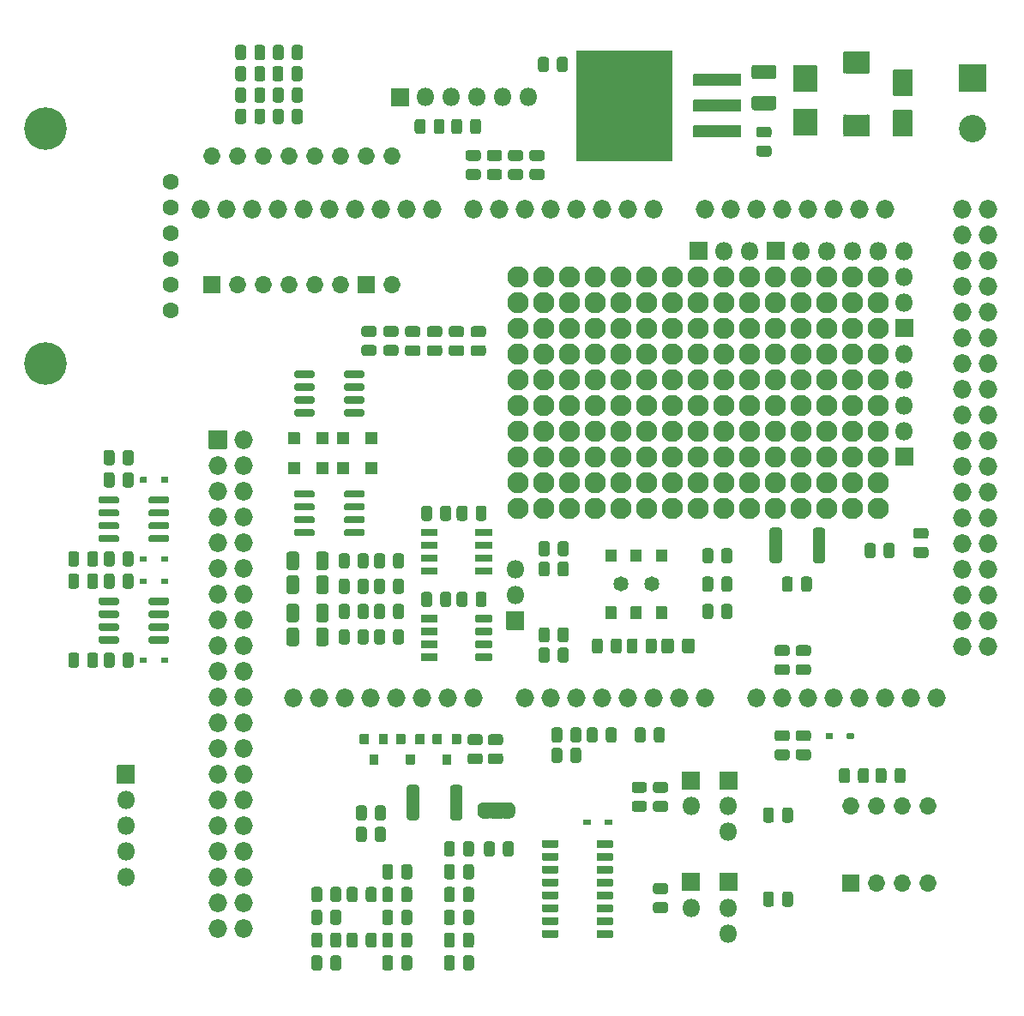
<source format=gts>
G04 #@! TF.GenerationSoftware,KiCad,Pcbnew,(5.1.9-0-10_14)*
G04 #@! TF.CreationDate,2021-04-29T13:58:58+10:00*
G04 #@! TF.ProjectId,v0.4.4d,76302e34-2e34-4642-9e6b-696361645f70,4d*
G04 #@! TF.SameCoordinates,Original*
G04 #@! TF.FileFunction,Soldermask,Top*
G04 #@! TF.FilePolarity,Negative*
%FSLAX46Y46*%
G04 Gerber Fmt 4.6, Leading zero omitted, Abs format (unit mm)*
G04 Created by KiCad (PCBNEW (5.1.9-0-10_14)) date 2021-04-29 13:58:58*
%MOMM*%
%LPD*%
G01*
G04 APERTURE LIST*
%ADD10C,2.102000*%
%ADD11O,1.802000X1.802000*%
%ADD12C,1.602000*%
%ADD13C,4.202000*%
%ADD14O,1.829200X1.829200*%
%ADD15C,1.483000*%
%ADD16O,1.702000X1.702000*%
%ADD17C,2.702000*%
%ADD18C,0.100000*%
G04 APERTURE END LIST*
G36*
G01*
X140199000Y-97503335D02*
X140199000Y-96196665D01*
G75*
G02*
X140471665Y-95924000I272665J0D01*
G01*
X141153335Y-95924000D01*
G75*
G02*
X141426000Y-96196665I0J-272665D01*
G01*
X141426000Y-97503335D01*
G75*
G02*
X141153335Y-97776000I-272665J0D01*
G01*
X140471665Y-97776000D01*
G75*
G02*
X140199000Y-97503335I0J272665D01*
G01*
G37*
G36*
G01*
X137274000Y-97503335D02*
X137274000Y-96196665D01*
G75*
G02*
X137546665Y-95924000I272665J0D01*
G01*
X138228335Y-95924000D01*
G75*
G02*
X138501000Y-96196665I0J-272665D01*
G01*
X138501000Y-97503335D01*
G75*
G02*
X138228335Y-97776000I-272665J0D01*
G01*
X137546665Y-97776000D01*
G75*
G02*
X137274000Y-97503335I0J272665D01*
G01*
G37*
G36*
G01*
X140199000Y-99853335D02*
X140199000Y-98546665D01*
G75*
G02*
X140471665Y-98274000I272665J0D01*
G01*
X141153335Y-98274000D01*
G75*
G02*
X141426000Y-98546665I0J-272665D01*
G01*
X141426000Y-99853335D01*
G75*
G02*
X141153335Y-100126000I-272665J0D01*
G01*
X140471665Y-100126000D01*
G75*
G02*
X140199000Y-99853335I0J272665D01*
G01*
G37*
G36*
G01*
X137274000Y-99853335D02*
X137274000Y-98546665D01*
G75*
G02*
X137546665Y-98274000I272665J0D01*
G01*
X138228335Y-98274000D01*
G75*
G02*
X138501000Y-98546665I0J-272665D01*
G01*
X138501000Y-99853335D01*
G75*
G02*
X138228335Y-100126000I-272665J0D01*
G01*
X137546665Y-100126000D01*
G75*
G02*
X137274000Y-99853335I0J272665D01*
G01*
G37*
G36*
G01*
X140199000Y-92353335D02*
X140199000Y-91046665D01*
G75*
G02*
X140471665Y-90774000I272665J0D01*
G01*
X141153335Y-90774000D01*
G75*
G02*
X141426000Y-91046665I0J-272665D01*
G01*
X141426000Y-92353335D01*
G75*
G02*
X141153335Y-92626000I-272665J0D01*
G01*
X140471665Y-92626000D01*
G75*
G02*
X140199000Y-92353335I0J272665D01*
G01*
G37*
G36*
G01*
X137274000Y-92353335D02*
X137274000Y-91046665D01*
G75*
G02*
X137546665Y-90774000I272665J0D01*
G01*
X138228335Y-90774000D01*
G75*
G02*
X138501000Y-91046665I0J-272665D01*
G01*
X138501000Y-92353335D01*
G75*
G02*
X138228335Y-92626000I-272665J0D01*
G01*
X137546665Y-92626000D01*
G75*
G02*
X137274000Y-92353335I0J272665D01*
G01*
G37*
G36*
G01*
X140199000Y-94703335D02*
X140199000Y-93396665D01*
G75*
G02*
X140471665Y-93124000I272665J0D01*
G01*
X141153335Y-93124000D01*
G75*
G02*
X141426000Y-93396665I0J-272665D01*
G01*
X141426000Y-94703335D01*
G75*
G02*
X141153335Y-94976000I-272665J0D01*
G01*
X140471665Y-94976000D01*
G75*
G02*
X140199000Y-94703335I0J272665D01*
G01*
G37*
G36*
G01*
X137274000Y-94703335D02*
X137274000Y-93396665D01*
G75*
G02*
X137546665Y-93124000I272665J0D01*
G01*
X138228335Y-93124000D01*
G75*
G02*
X138501000Y-93396665I0J-272665D01*
G01*
X138501000Y-94703335D01*
G75*
G02*
X138228335Y-94976000I-272665J0D01*
G01*
X137546665Y-94976000D01*
G75*
G02*
X137274000Y-94703335I0J272665D01*
G01*
G37*
G36*
G01*
X138601000Y-79050000D02*
X138601000Y-80150000D01*
G75*
G02*
X138550000Y-80201000I-51000J0D01*
G01*
X137450000Y-80201000D01*
G75*
G02*
X137399000Y-80150000I0J51000D01*
G01*
X137399000Y-79050000D01*
G75*
G02*
X137450000Y-78999000I51000J0D01*
G01*
X138550000Y-78999000D01*
G75*
G02*
X138601000Y-79050000I0J-51000D01*
G01*
G37*
G36*
G01*
X141401000Y-79050000D02*
X141401000Y-80150000D01*
G75*
G02*
X141350000Y-80201000I-51000J0D01*
G01*
X140250000Y-80201000D01*
G75*
G02*
X140199000Y-80150000I0J51000D01*
G01*
X140199000Y-79050000D01*
G75*
G02*
X140250000Y-78999000I51000J0D01*
G01*
X141350000Y-78999000D01*
G75*
G02*
X141401000Y-79050000I0J-51000D01*
G01*
G37*
G36*
G01*
X138601000Y-82000000D02*
X138601000Y-83100000D01*
G75*
G02*
X138550000Y-83151000I-51000J0D01*
G01*
X137450000Y-83151000D01*
G75*
G02*
X137399000Y-83100000I0J51000D01*
G01*
X137399000Y-82000000D01*
G75*
G02*
X137450000Y-81949000I51000J0D01*
G01*
X138550000Y-81949000D01*
G75*
G02*
X138601000Y-82000000I0J-51000D01*
G01*
G37*
G36*
G01*
X141401000Y-82000000D02*
X141401000Y-83100000D01*
G75*
G02*
X141350000Y-83151000I-51000J0D01*
G01*
X140250000Y-83151000D01*
G75*
G02*
X140199000Y-83100000I0J51000D01*
G01*
X140199000Y-82000000D01*
G75*
G02*
X140250000Y-81949000I51000J0D01*
G01*
X141350000Y-81949000D01*
G75*
G02*
X141401000Y-82000000I0J-51000D01*
G01*
G37*
G36*
G01*
X143476000Y-82000000D02*
X143476000Y-83100000D01*
G75*
G02*
X143425000Y-83151000I-51000J0D01*
G01*
X142325000Y-83151000D01*
G75*
G02*
X142274000Y-83100000I0J51000D01*
G01*
X142274000Y-82000000D01*
G75*
G02*
X142325000Y-81949000I51000J0D01*
G01*
X143425000Y-81949000D01*
G75*
G02*
X143476000Y-82000000I0J-51000D01*
G01*
G37*
G36*
G01*
X146276000Y-82000000D02*
X146276000Y-83100000D01*
G75*
G02*
X146225000Y-83151000I-51000J0D01*
G01*
X145125000Y-83151000D01*
G75*
G02*
X145074000Y-83100000I0J51000D01*
G01*
X145074000Y-82000000D01*
G75*
G02*
X145125000Y-81949000I51000J0D01*
G01*
X146225000Y-81949000D01*
G75*
G02*
X146276000Y-82000000I0J-51000D01*
G01*
G37*
G36*
G01*
X143476000Y-79050000D02*
X143476000Y-80150000D01*
G75*
G02*
X143425000Y-80201000I-51000J0D01*
G01*
X142325000Y-80201000D01*
G75*
G02*
X142274000Y-80150000I0J51000D01*
G01*
X142274000Y-79050000D01*
G75*
G02*
X142325000Y-78999000I51000J0D01*
G01*
X143425000Y-78999000D01*
G75*
G02*
X143476000Y-79050000I0J-51000D01*
G01*
G37*
G36*
G01*
X146276000Y-79050000D02*
X146276000Y-80150000D01*
G75*
G02*
X146225000Y-80201000I-51000J0D01*
G01*
X145125000Y-80201000D01*
G75*
G02*
X145074000Y-80150000I0J51000D01*
G01*
X145074000Y-79050000D01*
G75*
G02*
X145125000Y-78999000I51000J0D01*
G01*
X146225000Y-78999000D01*
G75*
G02*
X146276000Y-79050000I0J-51000D01*
G01*
G37*
G36*
G01*
X157576000Y-100905000D02*
X157576000Y-101505000D01*
G75*
G02*
X157525000Y-101556000I-51000J0D01*
G01*
X155975000Y-101556000D01*
G75*
G02*
X155924000Y-101505000I0J51000D01*
G01*
X155924000Y-100905000D01*
G75*
G02*
X155975000Y-100854000I51000J0D01*
G01*
X157525000Y-100854000D01*
G75*
G02*
X157576000Y-100905000I0J-51000D01*
G01*
G37*
G36*
G01*
X157576000Y-99635000D02*
X157576000Y-100235000D01*
G75*
G02*
X157525000Y-100286000I-51000J0D01*
G01*
X155975000Y-100286000D01*
G75*
G02*
X155924000Y-100235000I0J51000D01*
G01*
X155924000Y-99635000D01*
G75*
G02*
X155975000Y-99584000I51000J0D01*
G01*
X157525000Y-99584000D01*
G75*
G02*
X157576000Y-99635000I0J-51000D01*
G01*
G37*
G36*
G01*
X157576000Y-98365000D02*
X157576000Y-98965000D01*
G75*
G02*
X157525000Y-99016000I-51000J0D01*
G01*
X155975000Y-99016000D01*
G75*
G02*
X155924000Y-98965000I0J51000D01*
G01*
X155924000Y-98365000D01*
G75*
G02*
X155975000Y-98314000I51000J0D01*
G01*
X157525000Y-98314000D01*
G75*
G02*
X157576000Y-98365000I0J-51000D01*
G01*
G37*
G36*
G01*
X157576000Y-97095000D02*
X157576000Y-97695000D01*
G75*
G02*
X157525000Y-97746000I-51000J0D01*
G01*
X155975000Y-97746000D01*
G75*
G02*
X155924000Y-97695000I0J51000D01*
G01*
X155924000Y-97095000D01*
G75*
G02*
X155975000Y-97044000I51000J0D01*
G01*
X157525000Y-97044000D01*
G75*
G02*
X157576000Y-97095000I0J-51000D01*
G01*
G37*
G36*
G01*
X152176000Y-97095000D02*
X152176000Y-97695000D01*
G75*
G02*
X152125000Y-97746000I-51000J0D01*
G01*
X150575000Y-97746000D01*
G75*
G02*
X150524000Y-97695000I0J51000D01*
G01*
X150524000Y-97095000D01*
G75*
G02*
X150575000Y-97044000I51000J0D01*
G01*
X152125000Y-97044000D01*
G75*
G02*
X152176000Y-97095000I0J-51000D01*
G01*
G37*
G36*
G01*
X152176000Y-98365000D02*
X152176000Y-98965000D01*
G75*
G02*
X152125000Y-99016000I-51000J0D01*
G01*
X150575000Y-99016000D01*
G75*
G02*
X150524000Y-98965000I0J51000D01*
G01*
X150524000Y-98365000D01*
G75*
G02*
X150575000Y-98314000I51000J0D01*
G01*
X152125000Y-98314000D01*
G75*
G02*
X152176000Y-98365000I0J-51000D01*
G01*
G37*
G36*
G01*
X152176000Y-99635000D02*
X152176000Y-100235000D01*
G75*
G02*
X152125000Y-100286000I-51000J0D01*
G01*
X150575000Y-100286000D01*
G75*
G02*
X150524000Y-100235000I0J51000D01*
G01*
X150524000Y-99635000D01*
G75*
G02*
X150575000Y-99584000I51000J0D01*
G01*
X152125000Y-99584000D01*
G75*
G02*
X152176000Y-99635000I0J-51000D01*
G01*
G37*
G36*
G01*
X152176000Y-100905000D02*
X152176000Y-101505000D01*
G75*
G02*
X152125000Y-101556000I-51000J0D01*
G01*
X150575000Y-101556000D01*
G75*
G02*
X150524000Y-101505000I0J51000D01*
G01*
X150524000Y-100905000D01*
G75*
G02*
X150575000Y-100854000I51000J0D01*
G01*
X152125000Y-100854000D01*
G75*
G02*
X152176000Y-100905000I0J-51000D01*
G01*
G37*
D10*
X195715000Y-86480000D03*
X193175000Y-86480000D03*
X190635000Y-86480000D03*
X188095000Y-86480000D03*
X185555000Y-86480000D03*
X183015000Y-86480000D03*
X180475000Y-86480000D03*
X177935000Y-86480000D03*
X175395000Y-86480000D03*
X172855000Y-86480000D03*
X170315000Y-86480000D03*
X167775000Y-86480000D03*
X165235000Y-86480000D03*
X162695000Y-86480000D03*
X160155000Y-86480000D03*
X195715000Y-83940000D03*
X193175000Y-83940000D03*
X190635000Y-83940000D03*
X188095000Y-83940000D03*
X185555000Y-83940000D03*
X183015000Y-83940000D03*
X180475000Y-83940000D03*
X177935000Y-83940000D03*
X175395000Y-83940000D03*
X172855000Y-83940000D03*
X170315000Y-83940000D03*
X167775000Y-83940000D03*
X165235000Y-83940000D03*
X162695000Y-83940000D03*
X160155000Y-83940000D03*
X195715000Y-81400000D03*
X193175000Y-81400000D03*
X190635000Y-81400000D03*
X188095000Y-81400000D03*
X185555000Y-81400000D03*
X183015000Y-81400000D03*
X180475000Y-81400000D03*
X177935000Y-81400000D03*
X175395000Y-81400000D03*
X172855000Y-81400000D03*
X170315000Y-81400000D03*
X167775000Y-81400000D03*
X165235000Y-81400000D03*
X162695000Y-81400000D03*
X160155000Y-81400000D03*
X195715000Y-78860000D03*
X193175000Y-78860000D03*
X190635000Y-78860000D03*
X188095000Y-78860000D03*
X185555000Y-78860000D03*
X183015000Y-78860000D03*
X180475000Y-78860000D03*
X177935000Y-78860000D03*
X175395000Y-78860000D03*
X172855000Y-78860000D03*
X170315000Y-78860000D03*
X167775000Y-78860000D03*
X165235000Y-78860000D03*
X162695000Y-78860000D03*
X160155000Y-78860000D03*
X195715000Y-76320000D03*
X193175000Y-76320000D03*
X190635000Y-76320000D03*
X188095000Y-76320000D03*
X185555000Y-76320000D03*
X183015000Y-76320000D03*
X180475000Y-76320000D03*
X177935000Y-76320000D03*
X175395000Y-76320000D03*
X172855000Y-76320000D03*
X170315000Y-76320000D03*
X167775000Y-76320000D03*
X165235000Y-76320000D03*
X162695000Y-76320000D03*
X160155000Y-76320000D03*
X195715000Y-73780000D03*
X193175000Y-73780000D03*
X190635000Y-73780000D03*
X188095000Y-73780000D03*
X185555000Y-73780000D03*
X183015000Y-73780000D03*
X180475000Y-73780000D03*
X177935000Y-73780000D03*
X175395000Y-73780000D03*
X172855000Y-73780000D03*
X170315000Y-73780000D03*
X167775000Y-73780000D03*
X165235000Y-73780000D03*
X162695000Y-73780000D03*
X160155000Y-73780000D03*
X195715000Y-71240000D03*
X193175000Y-71240000D03*
X190635000Y-71240000D03*
X188095000Y-71240000D03*
X185555000Y-71240000D03*
X183015000Y-71240000D03*
X180475000Y-71240000D03*
X177935000Y-71240000D03*
X175395000Y-71240000D03*
X172855000Y-71240000D03*
X170315000Y-71240000D03*
X167775000Y-71240000D03*
X165235000Y-71240000D03*
X162695000Y-71240000D03*
X160155000Y-71240000D03*
X195715000Y-68700000D03*
X193175000Y-68700000D03*
X190635000Y-68700000D03*
X188095000Y-68700000D03*
X185555000Y-68700000D03*
X183015000Y-68700000D03*
X180475000Y-68700000D03*
X177935000Y-68700000D03*
X175395000Y-68700000D03*
X172855000Y-68700000D03*
X170315000Y-68700000D03*
X167775000Y-68700000D03*
X165235000Y-68700000D03*
X162695000Y-68700000D03*
X160155000Y-68700000D03*
X195715000Y-66160000D03*
X193175000Y-66160000D03*
X190635000Y-66160000D03*
X188095000Y-66160000D03*
X185555000Y-66160000D03*
X183015000Y-66160000D03*
X180475000Y-66160000D03*
X177935000Y-66160000D03*
X175395000Y-66160000D03*
X172855000Y-66160000D03*
X170315000Y-66160000D03*
X167775000Y-66160000D03*
X165235000Y-66160000D03*
X162695000Y-66160000D03*
X160155000Y-66160000D03*
X195715000Y-63620000D03*
X193175000Y-63620000D03*
X190635000Y-63620000D03*
X188095000Y-63620000D03*
X185555000Y-63620000D03*
X183015000Y-63620000D03*
X180475000Y-63620000D03*
X177935000Y-63620000D03*
X175395000Y-63620000D03*
X172855000Y-63620000D03*
X170315000Y-63620000D03*
X167775000Y-63620000D03*
X165235000Y-63620000D03*
X162695000Y-63620000D03*
X160155000Y-63620000D03*
D11*
X183015000Y-61080000D03*
X180475000Y-61080000D03*
G36*
G01*
X178785000Y-61981000D02*
X177085000Y-61981000D01*
G75*
G02*
X177034000Y-61930000I0J51000D01*
G01*
X177034000Y-60230000D01*
G75*
G02*
X177085000Y-60179000I51000J0D01*
G01*
X178785000Y-60179000D01*
G75*
G02*
X178836000Y-60230000I0J-51000D01*
G01*
X178836000Y-61930000D01*
G75*
G02*
X178785000Y-61981000I-51000J0D01*
G01*
G37*
X121412000Y-122936000D03*
X121412000Y-120396000D03*
X121412000Y-117856000D03*
X121412000Y-115316000D03*
G36*
G01*
X120511000Y-113626000D02*
X120511000Y-111926000D01*
G75*
G02*
X120562000Y-111875000I51000J0D01*
G01*
X122262000Y-111875000D01*
G75*
G02*
X122313000Y-111926000I0J-51000D01*
G01*
X122313000Y-113626000D01*
G75*
G02*
X122262000Y-113677000I-51000J0D01*
G01*
X120562000Y-113677000D01*
G75*
G02*
X120511000Y-113626000I0J51000D01*
G01*
G37*
X161180000Y-45900000D03*
X158640000Y-45900000D03*
X156100000Y-45900000D03*
X153560000Y-45900000D03*
X151020000Y-45900000D03*
G36*
G01*
X149330000Y-46801000D02*
X147630000Y-46801000D01*
G75*
G02*
X147579000Y-46750000I0J51000D01*
G01*
X147579000Y-45050000D01*
G75*
G02*
X147630000Y-44999000I51000J0D01*
G01*
X149330000Y-44999000D01*
G75*
G02*
X149381000Y-45050000I0J-51000D01*
G01*
X149381000Y-46750000D01*
G75*
G02*
X149330000Y-46801000I-51000J0D01*
G01*
G37*
G36*
G01*
X179401000Y-96218250D02*
X179401000Y-97181750D01*
G75*
G02*
X179131750Y-97451000I-269250J0D01*
G01*
X178593250Y-97451000D01*
G75*
G02*
X178324000Y-97181750I0J269250D01*
G01*
X178324000Y-96218250D01*
G75*
G02*
X178593250Y-95949000I269250J0D01*
G01*
X179131750Y-95949000D01*
G75*
G02*
X179401000Y-96218250I0J-269250D01*
G01*
G37*
G36*
G01*
X181276000Y-96218250D02*
X181276000Y-97181750D01*
G75*
G02*
X181006750Y-97451000I-269250J0D01*
G01*
X180468250Y-97451000D01*
G75*
G02*
X180199000Y-97181750I0J269250D01*
G01*
X180199000Y-96218250D01*
G75*
G02*
X180468250Y-95949000I269250J0D01*
G01*
X181006750Y-95949000D01*
G75*
G02*
X181276000Y-96218250I0J-269250D01*
G01*
G37*
G36*
G01*
X178324000Y-91681750D02*
X178324000Y-90718250D01*
G75*
G02*
X178593250Y-90449000I269250J0D01*
G01*
X179131750Y-90449000D01*
G75*
G02*
X179401000Y-90718250I0J-269250D01*
G01*
X179401000Y-91681750D01*
G75*
G02*
X179131750Y-91951000I-269250J0D01*
G01*
X178593250Y-91951000D01*
G75*
G02*
X178324000Y-91681750I0J269250D01*
G01*
G37*
G36*
G01*
X180199000Y-91681750D02*
X180199000Y-90718250D01*
G75*
G02*
X180468250Y-90449000I269250J0D01*
G01*
X181006750Y-90449000D01*
G75*
G02*
X181276000Y-90718250I0J-269250D01*
G01*
X181276000Y-91681750D01*
G75*
G02*
X181006750Y-91951000I-269250J0D01*
G01*
X180468250Y-91951000D01*
G75*
G02*
X180199000Y-91681750I0J269250D01*
G01*
G37*
G36*
G01*
X140051000Y-76904500D02*
X140051000Y-77255500D01*
G75*
G02*
X139875500Y-77431000I-175500J0D01*
G01*
X138174500Y-77431000D01*
G75*
G02*
X137999000Y-77255500I0J175500D01*
G01*
X137999000Y-76904500D01*
G75*
G02*
X138174500Y-76729000I175500J0D01*
G01*
X139875500Y-76729000D01*
G75*
G02*
X140051000Y-76904500I0J-175500D01*
G01*
G37*
G36*
G01*
X140051000Y-75634500D02*
X140051000Y-75985500D01*
G75*
G02*
X139875500Y-76161000I-175500J0D01*
G01*
X138174500Y-76161000D01*
G75*
G02*
X137999000Y-75985500I0J175500D01*
G01*
X137999000Y-75634500D01*
G75*
G02*
X138174500Y-75459000I175500J0D01*
G01*
X139875500Y-75459000D01*
G75*
G02*
X140051000Y-75634500I0J-175500D01*
G01*
G37*
G36*
G01*
X140051000Y-74364500D02*
X140051000Y-74715500D01*
G75*
G02*
X139875500Y-74891000I-175500J0D01*
G01*
X138174500Y-74891000D01*
G75*
G02*
X137999000Y-74715500I0J175500D01*
G01*
X137999000Y-74364500D01*
G75*
G02*
X138174500Y-74189000I175500J0D01*
G01*
X139875500Y-74189000D01*
G75*
G02*
X140051000Y-74364500I0J-175500D01*
G01*
G37*
G36*
G01*
X140051000Y-73094500D02*
X140051000Y-73445500D01*
G75*
G02*
X139875500Y-73621000I-175500J0D01*
G01*
X138174500Y-73621000D01*
G75*
G02*
X137999000Y-73445500I0J175500D01*
G01*
X137999000Y-73094500D01*
G75*
G02*
X138174500Y-72919000I175500J0D01*
G01*
X139875500Y-72919000D01*
G75*
G02*
X140051000Y-73094500I0J-175500D01*
G01*
G37*
G36*
G01*
X145001000Y-73094500D02*
X145001000Y-73445500D01*
G75*
G02*
X144825500Y-73621000I-175500J0D01*
G01*
X143124500Y-73621000D01*
G75*
G02*
X142949000Y-73445500I0J175500D01*
G01*
X142949000Y-73094500D01*
G75*
G02*
X143124500Y-72919000I175500J0D01*
G01*
X144825500Y-72919000D01*
G75*
G02*
X145001000Y-73094500I0J-175500D01*
G01*
G37*
G36*
G01*
X145001000Y-74364500D02*
X145001000Y-74715500D01*
G75*
G02*
X144825500Y-74891000I-175500J0D01*
G01*
X143124500Y-74891000D01*
G75*
G02*
X142949000Y-74715500I0J175500D01*
G01*
X142949000Y-74364500D01*
G75*
G02*
X143124500Y-74189000I175500J0D01*
G01*
X144825500Y-74189000D01*
G75*
G02*
X145001000Y-74364500I0J-175500D01*
G01*
G37*
G36*
G01*
X145001000Y-75634500D02*
X145001000Y-75985500D01*
G75*
G02*
X144825500Y-76161000I-175500J0D01*
G01*
X143124500Y-76161000D01*
G75*
G02*
X142949000Y-75985500I0J175500D01*
G01*
X142949000Y-75634500D01*
G75*
G02*
X143124500Y-75459000I175500J0D01*
G01*
X144825500Y-75459000D01*
G75*
G02*
X145001000Y-75634500I0J-175500D01*
G01*
G37*
G36*
G01*
X145001000Y-76904500D02*
X145001000Y-77255500D01*
G75*
G02*
X144825500Y-77431000I-175500J0D01*
G01*
X143124500Y-77431000D01*
G75*
G02*
X142949000Y-77255500I0J175500D01*
G01*
X142949000Y-76904500D01*
G75*
G02*
X143124500Y-76729000I175500J0D01*
G01*
X144825500Y-76729000D01*
G75*
G02*
X145001000Y-76904500I0J-175500D01*
G01*
G37*
G36*
G01*
X140051000Y-88729500D02*
X140051000Y-89080500D01*
G75*
G02*
X139875500Y-89256000I-175500J0D01*
G01*
X138174500Y-89256000D01*
G75*
G02*
X137999000Y-89080500I0J175500D01*
G01*
X137999000Y-88729500D01*
G75*
G02*
X138174500Y-88554000I175500J0D01*
G01*
X139875500Y-88554000D01*
G75*
G02*
X140051000Y-88729500I0J-175500D01*
G01*
G37*
G36*
G01*
X140051000Y-87459500D02*
X140051000Y-87810500D01*
G75*
G02*
X139875500Y-87986000I-175500J0D01*
G01*
X138174500Y-87986000D01*
G75*
G02*
X137999000Y-87810500I0J175500D01*
G01*
X137999000Y-87459500D01*
G75*
G02*
X138174500Y-87284000I175500J0D01*
G01*
X139875500Y-87284000D01*
G75*
G02*
X140051000Y-87459500I0J-175500D01*
G01*
G37*
G36*
G01*
X140051000Y-86189500D02*
X140051000Y-86540500D01*
G75*
G02*
X139875500Y-86716000I-175500J0D01*
G01*
X138174500Y-86716000D01*
G75*
G02*
X137999000Y-86540500I0J175500D01*
G01*
X137999000Y-86189500D01*
G75*
G02*
X138174500Y-86014000I175500J0D01*
G01*
X139875500Y-86014000D01*
G75*
G02*
X140051000Y-86189500I0J-175500D01*
G01*
G37*
G36*
G01*
X140051000Y-84919500D02*
X140051000Y-85270500D01*
G75*
G02*
X139875500Y-85446000I-175500J0D01*
G01*
X138174500Y-85446000D01*
G75*
G02*
X137999000Y-85270500I0J175500D01*
G01*
X137999000Y-84919500D01*
G75*
G02*
X138174500Y-84744000I175500J0D01*
G01*
X139875500Y-84744000D01*
G75*
G02*
X140051000Y-84919500I0J-175500D01*
G01*
G37*
G36*
G01*
X145001000Y-84919500D02*
X145001000Y-85270500D01*
G75*
G02*
X144825500Y-85446000I-175500J0D01*
G01*
X143124500Y-85446000D01*
G75*
G02*
X142949000Y-85270500I0J175500D01*
G01*
X142949000Y-84919500D01*
G75*
G02*
X143124500Y-84744000I175500J0D01*
G01*
X144825500Y-84744000D01*
G75*
G02*
X145001000Y-84919500I0J-175500D01*
G01*
G37*
G36*
G01*
X145001000Y-86189500D02*
X145001000Y-86540500D01*
G75*
G02*
X144825500Y-86716000I-175500J0D01*
G01*
X143124500Y-86716000D01*
G75*
G02*
X142949000Y-86540500I0J175500D01*
G01*
X142949000Y-86189500D01*
G75*
G02*
X143124500Y-86014000I175500J0D01*
G01*
X144825500Y-86014000D01*
G75*
G02*
X145001000Y-86189500I0J-175500D01*
G01*
G37*
G36*
G01*
X145001000Y-87459500D02*
X145001000Y-87810500D01*
G75*
G02*
X144825500Y-87986000I-175500J0D01*
G01*
X143124500Y-87986000D01*
G75*
G02*
X142949000Y-87810500I0J175500D01*
G01*
X142949000Y-87459500D01*
G75*
G02*
X143124500Y-87284000I175500J0D01*
G01*
X144825500Y-87284000D01*
G75*
G02*
X145001000Y-87459500I0J-175500D01*
G01*
G37*
G36*
G01*
X145001000Y-88729500D02*
X145001000Y-89080500D01*
G75*
G02*
X144825500Y-89256000I-175500J0D01*
G01*
X143124500Y-89256000D01*
G75*
G02*
X142949000Y-89080500I0J175500D01*
G01*
X142949000Y-88729500D01*
G75*
G02*
X143124500Y-88554000I175500J0D01*
G01*
X144825500Y-88554000D01*
G75*
G02*
X145001000Y-88729500I0J-175500D01*
G01*
G37*
G36*
G01*
X123649000Y-85870500D02*
X123649000Y-85519500D01*
G75*
G02*
X123824500Y-85344000I175500J0D01*
G01*
X125525500Y-85344000D01*
G75*
G02*
X125701000Y-85519500I0J-175500D01*
G01*
X125701000Y-85870500D01*
G75*
G02*
X125525500Y-86046000I-175500J0D01*
G01*
X123824500Y-86046000D01*
G75*
G02*
X123649000Y-85870500I0J175500D01*
G01*
G37*
G36*
G01*
X123649000Y-87140500D02*
X123649000Y-86789500D01*
G75*
G02*
X123824500Y-86614000I175500J0D01*
G01*
X125525500Y-86614000D01*
G75*
G02*
X125701000Y-86789500I0J-175500D01*
G01*
X125701000Y-87140500D01*
G75*
G02*
X125525500Y-87316000I-175500J0D01*
G01*
X123824500Y-87316000D01*
G75*
G02*
X123649000Y-87140500I0J175500D01*
G01*
G37*
G36*
G01*
X123649000Y-88410500D02*
X123649000Y-88059500D01*
G75*
G02*
X123824500Y-87884000I175500J0D01*
G01*
X125525500Y-87884000D01*
G75*
G02*
X125701000Y-88059500I0J-175500D01*
G01*
X125701000Y-88410500D01*
G75*
G02*
X125525500Y-88586000I-175500J0D01*
G01*
X123824500Y-88586000D01*
G75*
G02*
X123649000Y-88410500I0J175500D01*
G01*
G37*
G36*
G01*
X123649000Y-89680500D02*
X123649000Y-89329500D01*
G75*
G02*
X123824500Y-89154000I175500J0D01*
G01*
X125525500Y-89154000D01*
G75*
G02*
X125701000Y-89329500I0J-175500D01*
G01*
X125701000Y-89680500D01*
G75*
G02*
X125525500Y-89856000I-175500J0D01*
G01*
X123824500Y-89856000D01*
G75*
G02*
X123649000Y-89680500I0J175500D01*
G01*
G37*
G36*
G01*
X118699000Y-89680500D02*
X118699000Y-89329500D01*
G75*
G02*
X118874500Y-89154000I175500J0D01*
G01*
X120575500Y-89154000D01*
G75*
G02*
X120751000Y-89329500I0J-175500D01*
G01*
X120751000Y-89680500D01*
G75*
G02*
X120575500Y-89856000I-175500J0D01*
G01*
X118874500Y-89856000D01*
G75*
G02*
X118699000Y-89680500I0J175500D01*
G01*
G37*
G36*
G01*
X118699000Y-88410500D02*
X118699000Y-88059500D01*
G75*
G02*
X118874500Y-87884000I175500J0D01*
G01*
X120575500Y-87884000D01*
G75*
G02*
X120751000Y-88059500I0J-175500D01*
G01*
X120751000Y-88410500D01*
G75*
G02*
X120575500Y-88586000I-175500J0D01*
G01*
X118874500Y-88586000D01*
G75*
G02*
X118699000Y-88410500I0J175500D01*
G01*
G37*
G36*
G01*
X118699000Y-87140500D02*
X118699000Y-86789500D01*
G75*
G02*
X118874500Y-86614000I175500J0D01*
G01*
X120575500Y-86614000D01*
G75*
G02*
X120751000Y-86789500I0J-175500D01*
G01*
X120751000Y-87140500D01*
G75*
G02*
X120575500Y-87316000I-175500J0D01*
G01*
X118874500Y-87316000D01*
G75*
G02*
X118699000Y-87140500I0J175500D01*
G01*
G37*
G36*
G01*
X118699000Y-85870500D02*
X118699000Y-85519500D01*
G75*
G02*
X118874500Y-85344000I175500J0D01*
G01*
X120575500Y-85344000D01*
G75*
G02*
X120751000Y-85519500I0J-175500D01*
G01*
X120751000Y-85870500D01*
G75*
G02*
X120575500Y-86046000I-175500J0D01*
G01*
X118874500Y-86046000D01*
G75*
G02*
X118699000Y-85870500I0J175500D01*
G01*
G37*
G36*
G01*
X123649000Y-95870500D02*
X123649000Y-95519500D01*
G75*
G02*
X123824500Y-95344000I175500J0D01*
G01*
X125525500Y-95344000D01*
G75*
G02*
X125701000Y-95519500I0J-175500D01*
G01*
X125701000Y-95870500D01*
G75*
G02*
X125525500Y-96046000I-175500J0D01*
G01*
X123824500Y-96046000D01*
G75*
G02*
X123649000Y-95870500I0J175500D01*
G01*
G37*
G36*
G01*
X123649000Y-97140500D02*
X123649000Y-96789500D01*
G75*
G02*
X123824500Y-96614000I175500J0D01*
G01*
X125525500Y-96614000D01*
G75*
G02*
X125701000Y-96789500I0J-175500D01*
G01*
X125701000Y-97140500D01*
G75*
G02*
X125525500Y-97316000I-175500J0D01*
G01*
X123824500Y-97316000D01*
G75*
G02*
X123649000Y-97140500I0J175500D01*
G01*
G37*
G36*
G01*
X123649000Y-98410500D02*
X123649000Y-98059500D01*
G75*
G02*
X123824500Y-97884000I175500J0D01*
G01*
X125525500Y-97884000D01*
G75*
G02*
X125701000Y-98059500I0J-175500D01*
G01*
X125701000Y-98410500D01*
G75*
G02*
X125525500Y-98586000I-175500J0D01*
G01*
X123824500Y-98586000D01*
G75*
G02*
X123649000Y-98410500I0J175500D01*
G01*
G37*
G36*
G01*
X123649000Y-99680500D02*
X123649000Y-99329500D01*
G75*
G02*
X123824500Y-99154000I175500J0D01*
G01*
X125525500Y-99154000D01*
G75*
G02*
X125701000Y-99329500I0J-175500D01*
G01*
X125701000Y-99680500D01*
G75*
G02*
X125525500Y-99856000I-175500J0D01*
G01*
X123824500Y-99856000D01*
G75*
G02*
X123649000Y-99680500I0J175500D01*
G01*
G37*
G36*
G01*
X118699000Y-99680500D02*
X118699000Y-99329500D01*
G75*
G02*
X118874500Y-99154000I175500J0D01*
G01*
X120575500Y-99154000D01*
G75*
G02*
X120751000Y-99329500I0J-175500D01*
G01*
X120751000Y-99680500D01*
G75*
G02*
X120575500Y-99856000I-175500J0D01*
G01*
X118874500Y-99856000D01*
G75*
G02*
X118699000Y-99680500I0J175500D01*
G01*
G37*
G36*
G01*
X118699000Y-98410500D02*
X118699000Y-98059500D01*
G75*
G02*
X118874500Y-97884000I175500J0D01*
G01*
X120575500Y-97884000D01*
G75*
G02*
X120751000Y-98059500I0J-175500D01*
G01*
X120751000Y-98410500D01*
G75*
G02*
X120575500Y-98586000I-175500J0D01*
G01*
X118874500Y-98586000D01*
G75*
G02*
X118699000Y-98410500I0J175500D01*
G01*
G37*
G36*
G01*
X118699000Y-97140500D02*
X118699000Y-96789500D01*
G75*
G02*
X118874500Y-96614000I175500J0D01*
G01*
X120575500Y-96614000D01*
G75*
G02*
X120751000Y-96789500I0J-175500D01*
G01*
X120751000Y-97140500D01*
G75*
G02*
X120575500Y-97316000I-175500J0D01*
G01*
X118874500Y-97316000D01*
G75*
G02*
X118699000Y-97140500I0J175500D01*
G01*
G37*
G36*
G01*
X118699000Y-95870500D02*
X118699000Y-95519500D01*
G75*
G02*
X118874500Y-95344000I175500J0D01*
G01*
X120575500Y-95344000D01*
G75*
G02*
X120751000Y-95519500I0J-175500D01*
G01*
X120751000Y-95870500D01*
G75*
G02*
X120575500Y-96046000I-175500J0D01*
G01*
X118874500Y-96046000D01*
G75*
G02*
X118699000Y-95870500I0J175500D01*
G01*
G37*
G36*
G01*
X163975000Y-43153750D02*
X163975000Y-42190250D01*
G75*
G02*
X164244250Y-41921000I269250J0D01*
G01*
X164782750Y-41921000D01*
G75*
G02*
X165052000Y-42190250I0J-269250D01*
G01*
X165052000Y-43153750D01*
G75*
G02*
X164782750Y-43423000I-269250J0D01*
G01*
X164244250Y-43423000D01*
G75*
G02*
X163975000Y-43153750I0J269250D01*
G01*
G37*
G36*
G01*
X162100000Y-43153750D02*
X162100000Y-42190250D01*
G75*
G02*
X162369250Y-41921000I269250J0D01*
G01*
X162907750Y-41921000D01*
G75*
G02*
X163177000Y-42190250I0J-269250D01*
G01*
X163177000Y-43153750D01*
G75*
G02*
X162907750Y-43423000I-269250J0D01*
G01*
X162369250Y-43423000D01*
G75*
G02*
X162100000Y-43153750I0J269250D01*
G01*
G37*
G36*
G01*
X183922250Y-50691000D02*
X184885750Y-50691000D01*
G75*
G02*
X185155000Y-50960250I0J-269250D01*
G01*
X185155000Y-51498750D01*
G75*
G02*
X184885750Y-51768000I-269250J0D01*
G01*
X183922250Y-51768000D01*
G75*
G02*
X183653000Y-51498750I0J269250D01*
G01*
X183653000Y-50960250D01*
G75*
G02*
X183922250Y-50691000I269250J0D01*
G01*
G37*
G36*
G01*
X183922250Y-48816000D02*
X184885750Y-48816000D01*
G75*
G02*
X185155000Y-49085250I0J-269250D01*
G01*
X185155000Y-49623750D01*
G75*
G02*
X184885750Y-49893000I-269250J0D01*
G01*
X183922250Y-49893000D01*
G75*
G02*
X183653000Y-49623750I0J269250D01*
G01*
X183653000Y-49085250D01*
G75*
G02*
X183922250Y-48816000I269250J0D01*
G01*
G37*
G36*
G01*
X149676000Y-126418250D02*
X149676000Y-127381750D01*
G75*
G02*
X149406750Y-127651000I-269250J0D01*
G01*
X148868250Y-127651000D01*
G75*
G02*
X148599000Y-127381750I0J269250D01*
G01*
X148599000Y-126418250D01*
G75*
G02*
X148868250Y-126149000I269250J0D01*
G01*
X149406750Y-126149000D01*
G75*
G02*
X149676000Y-126418250I0J-269250D01*
G01*
G37*
G36*
G01*
X147801000Y-126418250D02*
X147801000Y-127381750D01*
G75*
G02*
X147531750Y-127651000I-269250J0D01*
G01*
X146993250Y-127651000D01*
G75*
G02*
X146724000Y-127381750I0J269250D01*
G01*
X146724000Y-126418250D01*
G75*
G02*
X146993250Y-126149000I269250J0D01*
G01*
X147531750Y-126149000D01*
G75*
G02*
X147801000Y-126418250I0J-269250D01*
G01*
G37*
G36*
G01*
X161518250Y-52999000D02*
X162481750Y-52999000D01*
G75*
G02*
X162751000Y-53268250I0J-269250D01*
G01*
X162751000Y-53806750D01*
G75*
G02*
X162481750Y-54076000I-269250J0D01*
G01*
X161518250Y-54076000D01*
G75*
G02*
X161249000Y-53806750I0J269250D01*
G01*
X161249000Y-53268250D01*
G75*
G02*
X161518250Y-52999000I269250J0D01*
G01*
G37*
G36*
G01*
X161518250Y-51124000D02*
X162481750Y-51124000D01*
G75*
G02*
X162751000Y-51393250I0J-269250D01*
G01*
X162751000Y-51931750D01*
G75*
G02*
X162481750Y-52201000I-269250J0D01*
G01*
X161518250Y-52201000D01*
G75*
G02*
X161249000Y-51931750I0J269250D01*
G01*
X161249000Y-51393250D01*
G75*
G02*
X161518250Y-51124000I269250J0D01*
G01*
G37*
G36*
G01*
X160381750Y-52201000D02*
X159418250Y-52201000D01*
G75*
G02*
X159149000Y-51931750I0J269250D01*
G01*
X159149000Y-51393250D01*
G75*
G02*
X159418250Y-51124000I269250J0D01*
G01*
X160381750Y-51124000D01*
G75*
G02*
X160651000Y-51393250I0J-269250D01*
G01*
X160651000Y-51931750D01*
G75*
G02*
X160381750Y-52201000I-269250J0D01*
G01*
G37*
G36*
G01*
X160381750Y-54076000D02*
X159418250Y-54076000D01*
G75*
G02*
X159149000Y-53806750I0J269250D01*
G01*
X159149000Y-53268250D01*
G75*
G02*
X159418250Y-52999000I269250J0D01*
G01*
X160381750Y-52999000D01*
G75*
G02*
X160651000Y-53268250I0J-269250D01*
G01*
X160651000Y-53806750D01*
G75*
G02*
X160381750Y-54076000I-269250J0D01*
G01*
G37*
G36*
G01*
X150214750Y-69601000D02*
X149251250Y-69601000D01*
G75*
G02*
X148982000Y-69331750I0J269250D01*
G01*
X148982000Y-68793250D01*
G75*
G02*
X149251250Y-68524000I269250J0D01*
G01*
X150214750Y-68524000D01*
G75*
G02*
X150484000Y-68793250I0J-269250D01*
G01*
X150484000Y-69331750D01*
G75*
G02*
X150214750Y-69601000I-269250J0D01*
G01*
G37*
G36*
G01*
X150214750Y-71476000D02*
X149251250Y-71476000D01*
G75*
G02*
X148982000Y-71206750I0J269250D01*
G01*
X148982000Y-70668250D01*
G75*
G02*
X149251250Y-70399000I269250J0D01*
G01*
X150214750Y-70399000D01*
G75*
G02*
X150484000Y-70668250I0J-269250D01*
G01*
X150484000Y-71206750D01*
G75*
G02*
X150214750Y-71476000I-269250J0D01*
G01*
G37*
G36*
G01*
X152373750Y-69601000D02*
X151410250Y-69601000D01*
G75*
G02*
X151141000Y-69331750I0J269250D01*
G01*
X151141000Y-68793250D01*
G75*
G02*
X151410250Y-68524000I269250J0D01*
G01*
X152373750Y-68524000D01*
G75*
G02*
X152643000Y-68793250I0J-269250D01*
G01*
X152643000Y-69331750D01*
G75*
G02*
X152373750Y-69601000I-269250J0D01*
G01*
G37*
G36*
G01*
X152373750Y-71476000D02*
X151410250Y-71476000D01*
G75*
G02*
X151141000Y-71206750I0J269250D01*
G01*
X151141000Y-70668250D01*
G75*
G02*
X151410250Y-70399000I269250J0D01*
G01*
X152373750Y-70399000D01*
G75*
G02*
X152643000Y-70668250I0J-269250D01*
G01*
X152643000Y-71206750D01*
G75*
G02*
X152373750Y-71476000I-269250J0D01*
G01*
G37*
G36*
G01*
X154601000Y-48318250D02*
X154601000Y-49281750D01*
G75*
G02*
X154331750Y-49551000I-269250J0D01*
G01*
X153793250Y-49551000D01*
G75*
G02*
X153524000Y-49281750I0J269250D01*
G01*
X153524000Y-48318250D01*
G75*
G02*
X153793250Y-48049000I269250J0D01*
G01*
X154331750Y-48049000D01*
G75*
G02*
X154601000Y-48318250I0J-269250D01*
G01*
G37*
G36*
G01*
X156476000Y-48318250D02*
X156476000Y-49281750D01*
G75*
G02*
X156206750Y-49551000I-269250J0D01*
G01*
X155668250Y-49551000D01*
G75*
G02*
X155399000Y-49281750I0J269250D01*
G01*
X155399000Y-48318250D01*
G75*
G02*
X155668250Y-48049000I269250J0D01*
G01*
X156206750Y-48049000D01*
G75*
G02*
X156476000Y-48318250I0J-269250D01*
G01*
G37*
G36*
G01*
X151001000Y-48318250D02*
X151001000Y-49281750D01*
G75*
G02*
X150731750Y-49551000I-269250J0D01*
G01*
X150193250Y-49551000D01*
G75*
G02*
X149924000Y-49281750I0J269250D01*
G01*
X149924000Y-48318250D01*
G75*
G02*
X150193250Y-48049000I269250J0D01*
G01*
X150731750Y-48049000D01*
G75*
G02*
X151001000Y-48318250I0J-269250D01*
G01*
G37*
G36*
G01*
X152876000Y-48318250D02*
X152876000Y-49281750D01*
G75*
G02*
X152606750Y-49551000I-269250J0D01*
G01*
X152068250Y-49551000D01*
G75*
G02*
X151799000Y-49281750I0J269250D01*
G01*
X151799000Y-48318250D01*
G75*
G02*
X152068250Y-48049000I269250J0D01*
G01*
X152606750Y-48049000D01*
G75*
G02*
X152876000Y-48318250I0J-269250D01*
G01*
G37*
G36*
G01*
X156381750Y-109901000D02*
X155418250Y-109901000D01*
G75*
G02*
X155149000Y-109631750I0J269250D01*
G01*
X155149000Y-109093250D01*
G75*
G02*
X155418250Y-108824000I269250J0D01*
G01*
X156381750Y-108824000D01*
G75*
G02*
X156651000Y-109093250I0J-269250D01*
G01*
X156651000Y-109631750D01*
G75*
G02*
X156381750Y-109901000I-269250J0D01*
G01*
G37*
G36*
G01*
X156381750Y-111776000D02*
X155418250Y-111776000D01*
G75*
G02*
X155149000Y-111506750I0J269250D01*
G01*
X155149000Y-110968250D01*
G75*
G02*
X155418250Y-110699000I269250J0D01*
G01*
X156381750Y-110699000D01*
G75*
G02*
X156651000Y-110968250I0J-269250D01*
G01*
X156651000Y-111506750D01*
G75*
G02*
X156381750Y-111776000I-269250J0D01*
G01*
G37*
G36*
G01*
X157318250Y-52999000D02*
X158281750Y-52999000D01*
G75*
G02*
X158551000Y-53268250I0J-269250D01*
G01*
X158551000Y-53806750D01*
G75*
G02*
X158281750Y-54076000I-269250J0D01*
G01*
X157318250Y-54076000D01*
G75*
G02*
X157049000Y-53806750I0J269250D01*
G01*
X157049000Y-53268250D01*
G75*
G02*
X157318250Y-52999000I269250J0D01*
G01*
G37*
G36*
G01*
X157318250Y-51124000D02*
X158281750Y-51124000D01*
G75*
G02*
X158551000Y-51393250I0J-269250D01*
G01*
X158551000Y-51931750D01*
G75*
G02*
X158281750Y-52201000I-269250J0D01*
G01*
X157318250Y-52201000D01*
G75*
G02*
X157049000Y-51931750I0J269250D01*
G01*
X157049000Y-51393250D01*
G75*
G02*
X157318250Y-51124000I269250J0D01*
G01*
G37*
G36*
G01*
X156181750Y-52201000D02*
X155218250Y-52201000D01*
G75*
G02*
X154949000Y-51931750I0J269250D01*
G01*
X154949000Y-51393250D01*
G75*
G02*
X155218250Y-51124000I269250J0D01*
G01*
X156181750Y-51124000D01*
G75*
G02*
X156451000Y-51393250I0J-269250D01*
G01*
X156451000Y-51931750D01*
G75*
G02*
X156181750Y-52201000I-269250J0D01*
G01*
G37*
G36*
G01*
X156181750Y-54076000D02*
X155218250Y-54076000D01*
G75*
G02*
X154949000Y-53806750I0J269250D01*
G01*
X154949000Y-53268250D01*
G75*
G02*
X155218250Y-52999000I269250J0D01*
G01*
X156181750Y-52999000D01*
G75*
G02*
X156451000Y-53268250I0J-269250D01*
G01*
X156451000Y-53806750D01*
G75*
G02*
X156181750Y-54076000I-269250J0D01*
G01*
G37*
G36*
G01*
X156691750Y-69601000D02*
X155728250Y-69601000D01*
G75*
G02*
X155459000Y-69331750I0J269250D01*
G01*
X155459000Y-68793250D01*
G75*
G02*
X155728250Y-68524000I269250J0D01*
G01*
X156691750Y-68524000D01*
G75*
G02*
X156961000Y-68793250I0J-269250D01*
G01*
X156961000Y-69331750D01*
G75*
G02*
X156691750Y-69601000I-269250J0D01*
G01*
G37*
G36*
G01*
X156691750Y-71476000D02*
X155728250Y-71476000D01*
G75*
G02*
X155459000Y-71206750I0J269250D01*
G01*
X155459000Y-70668250D01*
G75*
G02*
X155728250Y-70399000I269250J0D01*
G01*
X156691750Y-70399000D01*
G75*
G02*
X156961000Y-70668250I0J-269250D01*
G01*
X156961000Y-71206750D01*
G75*
G02*
X156691750Y-71476000I-269250J0D01*
G01*
G37*
G36*
G01*
X154532750Y-69601000D02*
X153569250Y-69601000D01*
G75*
G02*
X153300000Y-69331750I0J269250D01*
G01*
X153300000Y-68793250D01*
G75*
G02*
X153569250Y-68524000I269250J0D01*
G01*
X154532750Y-68524000D01*
G75*
G02*
X154802000Y-68793250I0J-269250D01*
G01*
X154802000Y-69331750D01*
G75*
G02*
X154532750Y-69601000I-269250J0D01*
G01*
G37*
G36*
G01*
X154532750Y-71476000D02*
X153569250Y-71476000D01*
G75*
G02*
X153300000Y-71206750I0J269250D01*
G01*
X153300000Y-70668250D01*
G75*
G02*
X153569250Y-70399000I269250J0D01*
G01*
X154532750Y-70399000D01*
G75*
G02*
X154802000Y-70668250I0J-269250D01*
G01*
X154802000Y-71206750D01*
G75*
G02*
X154532750Y-71476000I-269250J0D01*
G01*
G37*
X177200000Y-125940000D03*
G36*
G01*
X176299000Y-124250000D02*
X176299000Y-122550000D01*
G75*
G02*
X176350000Y-122499000I51000J0D01*
G01*
X178050000Y-122499000D01*
G75*
G02*
X178101000Y-122550000I0J-51000D01*
G01*
X178101000Y-124250000D01*
G75*
G02*
X178050000Y-124301000I-51000J0D01*
G01*
X176350000Y-124301000D01*
G75*
G02*
X176299000Y-124250000I0J51000D01*
G01*
G37*
X177200000Y-115940000D03*
G36*
G01*
X176299000Y-114250000D02*
X176299000Y-112550000D01*
G75*
G02*
X176350000Y-112499000I51000J0D01*
G01*
X178050000Y-112499000D01*
G75*
G02*
X178101000Y-112550000I0J-51000D01*
G01*
X178101000Y-114250000D01*
G75*
G02*
X178050000Y-114301000I-51000J0D01*
G01*
X176350000Y-114301000D01*
G75*
G02*
X176299000Y-114250000I0J51000D01*
G01*
G37*
X180900000Y-128480000D03*
X180900000Y-125940000D03*
G36*
G01*
X179999000Y-124250000D02*
X179999000Y-122550000D01*
G75*
G02*
X180050000Y-122499000I51000J0D01*
G01*
X181750000Y-122499000D01*
G75*
G02*
X181801000Y-122550000I0J-51000D01*
G01*
X181801000Y-124250000D01*
G75*
G02*
X181750000Y-124301000I-51000J0D01*
G01*
X180050000Y-124301000D01*
G75*
G02*
X179999000Y-124250000I0J51000D01*
G01*
G37*
X180900000Y-118480000D03*
X180900000Y-115940000D03*
G36*
G01*
X179999000Y-114250000D02*
X179999000Y-112550000D01*
G75*
G02*
X180050000Y-112499000I51000J0D01*
G01*
X181750000Y-112499000D01*
G75*
G02*
X181801000Y-112550000I0J-51000D01*
G01*
X181801000Y-114250000D01*
G75*
G02*
X181750000Y-114301000I-51000J0D01*
G01*
X180050000Y-114301000D01*
G75*
G02*
X179999000Y-114250000I0J51000D01*
G01*
G37*
X159850000Y-92520000D03*
X159850000Y-95060000D03*
G36*
G01*
X160751000Y-96750000D02*
X160751000Y-98450000D01*
G75*
G02*
X160700000Y-98501000I-51000J0D01*
G01*
X159000000Y-98501000D01*
G75*
G02*
X158949000Y-98450000I0J51000D01*
G01*
X158949000Y-96750000D01*
G75*
G02*
X159000000Y-96699000I51000J0D01*
G01*
X160700000Y-96699000D01*
G75*
G02*
X160751000Y-96750000I0J-51000D01*
G01*
G37*
D12*
X125820000Y-66922000D03*
X125820000Y-64382000D03*
X125820000Y-61842000D03*
X125820000Y-59302000D03*
X125820000Y-56762000D03*
X125820000Y-54222000D03*
D13*
X113500000Y-49022000D03*
X113500000Y-72172000D03*
G36*
G01*
X144933250Y-68501000D02*
X145896750Y-68501000D01*
G75*
G02*
X146166000Y-68770250I0J-269250D01*
G01*
X146166000Y-69308750D01*
G75*
G02*
X145896750Y-69578000I-269250J0D01*
G01*
X144933250Y-69578000D01*
G75*
G02*
X144664000Y-69308750I0J269250D01*
G01*
X144664000Y-68770250D01*
G75*
G02*
X144933250Y-68501000I269250J0D01*
G01*
G37*
G36*
G01*
X144933250Y-70376000D02*
X145896750Y-70376000D01*
G75*
G02*
X146166000Y-70645250I0J-269250D01*
G01*
X146166000Y-71183750D01*
G75*
G02*
X145896750Y-71453000I-269250J0D01*
G01*
X144933250Y-71453000D01*
G75*
G02*
X144664000Y-71183750I0J269250D01*
G01*
X144664000Y-70645250D01*
G75*
G02*
X144933250Y-70376000I269250J0D01*
G01*
G37*
G36*
G01*
X147092250Y-70376000D02*
X148055750Y-70376000D01*
G75*
G02*
X148325000Y-70645250I0J-269250D01*
G01*
X148325000Y-71183750D01*
G75*
G02*
X148055750Y-71453000I-269250J0D01*
G01*
X147092250Y-71453000D01*
G75*
G02*
X146823000Y-71183750I0J269250D01*
G01*
X146823000Y-70645250D01*
G75*
G02*
X147092250Y-70376000I269250J0D01*
G01*
G37*
G36*
G01*
X147092250Y-68501000D02*
X148055750Y-68501000D01*
G75*
G02*
X148325000Y-68770250I0J-269250D01*
G01*
X148325000Y-69308750D01*
G75*
G02*
X148055750Y-69578000I-269250J0D01*
G01*
X147092250Y-69578000D01*
G75*
G02*
X146823000Y-69308750I0J269250D01*
G01*
X146823000Y-68770250D01*
G75*
G02*
X147092250Y-68501000I269250J0D01*
G01*
G37*
G36*
G01*
X141599000Y-131881750D02*
X141599000Y-130918250D01*
G75*
G02*
X141868250Y-130649000I269250J0D01*
G01*
X142406750Y-130649000D01*
G75*
G02*
X142676000Y-130918250I0J-269250D01*
G01*
X142676000Y-131881750D01*
G75*
G02*
X142406750Y-132151000I-269250J0D01*
G01*
X141868250Y-132151000D01*
G75*
G02*
X141599000Y-131881750I0J269250D01*
G01*
G37*
G36*
G01*
X139724000Y-131881750D02*
X139724000Y-130918250D01*
G75*
G02*
X139993250Y-130649000I269250J0D01*
G01*
X140531750Y-130649000D01*
G75*
G02*
X140801000Y-130918250I0J-269250D01*
G01*
X140801000Y-131881750D01*
G75*
G02*
X140531750Y-132151000I-269250J0D01*
G01*
X139993250Y-132151000D01*
G75*
G02*
X139724000Y-131881750I0J269250D01*
G01*
G37*
G36*
G01*
X166376000Y-108418250D02*
X166376000Y-109381750D01*
G75*
G02*
X166106750Y-109651000I-269250J0D01*
G01*
X165568250Y-109651000D01*
G75*
G02*
X165299000Y-109381750I0J269250D01*
G01*
X165299000Y-108418250D01*
G75*
G02*
X165568250Y-108149000I269250J0D01*
G01*
X166106750Y-108149000D01*
G75*
G02*
X166376000Y-108418250I0J-269250D01*
G01*
G37*
G36*
G01*
X164501000Y-108418250D02*
X164501000Y-109381750D01*
G75*
G02*
X164231750Y-109651000I-269250J0D01*
G01*
X163693250Y-109651000D01*
G75*
G02*
X163424000Y-109381750I0J269250D01*
G01*
X163424000Y-108418250D01*
G75*
G02*
X163693250Y-108149000I269250J0D01*
G01*
X164231750Y-108149000D01*
G75*
G02*
X164501000Y-108418250I0J-269250D01*
G01*
G37*
G36*
G01*
X144124000Y-117081750D02*
X144124000Y-116118250D01*
G75*
G02*
X144393250Y-115849000I269250J0D01*
G01*
X144931750Y-115849000D01*
G75*
G02*
X145201000Y-116118250I0J-269250D01*
G01*
X145201000Y-117081750D01*
G75*
G02*
X144931750Y-117351000I-269250J0D01*
G01*
X144393250Y-117351000D01*
G75*
G02*
X144124000Y-117081750I0J269250D01*
G01*
G37*
G36*
G01*
X145999000Y-117081750D02*
X145999000Y-116118250D01*
G75*
G02*
X146268250Y-115849000I269250J0D01*
G01*
X146806750Y-115849000D01*
G75*
G02*
X147076000Y-116118250I0J-269250D01*
G01*
X147076000Y-117081750D01*
G75*
G02*
X146806750Y-117351000I-269250J0D01*
G01*
X146268250Y-117351000D01*
G75*
G02*
X145999000Y-117081750I0J269250D01*
G01*
G37*
G36*
G01*
X152824000Y-131881750D02*
X152824000Y-130918250D01*
G75*
G02*
X153093250Y-130649000I269250J0D01*
G01*
X153631750Y-130649000D01*
G75*
G02*
X153901000Y-130918250I0J-269250D01*
G01*
X153901000Y-131881750D01*
G75*
G02*
X153631750Y-132151000I-269250J0D01*
G01*
X153093250Y-132151000D01*
G75*
G02*
X152824000Y-131881750I0J269250D01*
G01*
G37*
G36*
G01*
X154699000Y-131881750D02*
X154699000Y-130918250D01*
G75*
G02*
X154968250Y-130649000I269250J0D01*
G01*
X155506750Y-130649000D01*
G75*
G02*
X155776000Y-130918250I0J-269250D01*
G01*
X155776000Y-131881750D01*
G75*
G02*
X155506750Y-132151000I-269250J0D01*
G01*
X154968250Y-132151000D01*
G75*
G02*
X154699000Y-131881750I0J269250D01*
G01*
G37*
G36*
G01*
X171661500Y-109381750D02*
X171661500Y-108418250D01*
G75*
G02*
X171930750Y-108149000I269250J0D01*
G01*
X172469250Y-108149000D01*
G75*
G02*
X172738500Y-108418250I0J-269250D01*
G01*
X172738500Y-109381750D01*
G75*
G02*
X172469250Y-109651000I-269250J0D01*
G01*
X171930750Y-109651000D01*
G75*
G02*
X171661500Y-109381750I0J269250D01*
G01*
G37*
G36*
G01*
X173536500Y-109381750D02*
X173536500Y-108418250D01*
G75*
G02*
X173805750Y-108149000I269250J0D01*
G01*
X174344250Y-108149000D01*
G75*
G02*
X174613500Y-108418250I0J-269250D01*
G01*
X174613500Y-109381750D01*
G75*
G02*
X174344250Y-109651000I-269250J0D01*
G01*
X173805750Y-109651000D01*
G75*
G02*
X173536500Y-109381750I0J269250D01*
G01*
G37*
G36*
G01*
X153901000Y-121918250D02*
X153901000Y-122881750D01*
G75*
G02*
X153631750Y-123151000I-269250J0D01*
G01*
X153093250Y-123151000D01*
G75*
G02*
X152824000Y-122881750I0J269250D01*
G01*
X152824000Y-121918250D01*
G75*
G02*
X153093250Y-121649000I269250J0D01*
G01*
X153631750Y-121649000D01*
G75*
G02*
X153901000Y-121918250I0J-269250D01*
G01*
G37*
G36*
G01*
X155776000Y-121918250D02*
X155776000Y-122881750D01*
G75*
G02*
X155506750Y-123151000I-269250J0D01*
G01*
X154968250Y-123151000D01*
G75*
G02*
X154699000Y-122881750I0J269250D01*
G01*
X154699000Y-121918250D01*
G75*
G02*
X154968250Y-121649000I269250J0D01*
G01*
X155506750Y-121649000D01*
G75*
G02*
X155776000Y-121918250I0J-269250D01*
G01*
G37*
G36*
G01*
X141599000Y-127381750D02*
X141599000Y-126418250D01*
G75*
G02*
X141868250Y-126149000I269250J0D01*
G01*
X142406750Y-126149000D01*
G75*
G02*
X142676000Y-126418250I0J-269250D01*
G01*
X142676000Y-127381750D01*
G75*
G02*
X142406750Y-127651000I-269250J0D01*
G01*
X141868250Y-127651000D01*
G75*
G02*
X141599000Y-127381750I0J269250D01*
G01*
G37*
G36*
G01*
X139724000Y-127381750D02*
X139724000Y-126418250D01*
G75*
G02*
X139993250Y-126149000I269250J0D01*
G01*
X140531750Y-126149000D01*
G75*
G02*
X140801000Y-126418250I0J-269250D01*
G01*
X140801000Y-127381750D01*
G75*
G02*
X140531750Y-127651000I-269250J0D01*
G01*
X139993250Y-127651000D01*
G75*
G02*
X139724000Y-127381750I0J269250D01*
G01*
G37*
G36*
G01*
X141599000Y-129631750D02*
X141599000Y-128668250D01*
G75*
G02*
X141868250Y-128399000I269250J0D01*
G01*
X142406750Y-128399000D01*
G75*
G02*
X142676000Y-128668250I0J-269250D01*
G01*
X142676000Y-129631750D01*
G75*
G02*
X142406750Y-129901000I-269250J0D01*
G01*
X141868250Y-129901000D01*
G75*
G02*
X141599000Y-129631750I0J269250D01*
G01*
G37*
G36*
G01*
X139724000Y-129631750D02*
X139724000Y-128668250D01*
G75*
G02*
X139993250Y-128399000I269250J0D01*
G01*
X140531750Y-128399000D01*
G75*
G02*
X140801000Y-128668250I0J-269250D01*
G01*
X140801000Y-129631750D01*
G75*
G02*
X140531750Y-129901000I-269250J0D01*
G01*
X139993250Y-129901000D01*
G75*
G02*
X139724000Y-129631750I0J269250D01*
G01*
G37*
G36*
G01*
X141599000Y-125131750D02*
X141599000Y-124168250D01*
G75*
G02*
X141868250Y-123899000I269250J0D01*
G01*
X142406750Y-123899000D01*
G75*
G02*
X142676000Y-124168250I0J-269250D01*
G01*
X142676000Y-125131750D01*
G75*
G02*
X142406750Y-125401000I-269250J0D01*
G01*
X141868250Y-125401000D01*
G75*
G02*
X141599000Y-125131750I0J269250D01*
G01*
G37*
G36*
G01*
X139724000Y-125131750D02*
X139724000Y-124168250D01*
G75*
G02*
X139993250Y-123899000I269250J0D01*
G01*
X140531750Y-123899000D01*
G75*
G02*
X140801000Y-124168250I0J-269250D01*
G01*
X140801000Y-125131750D01*
G75*
G02*
X140531750Y-125401000I-269250J0D01*
G01*
X139993250Y-125401000D01*
G75*
G02*
X139724000Y-125131750I0J269250D01*
G01*
G37*
G36*
G01*
X152824000Y-127381750D02*
X152824000Y-126418250D01*
G75*
G02*
X153093250Y-126149000I269250J0D01*
G01*
X153631750Y-126149000D01*
G75*
G02*
X153901000Y-126418250I0J-269250D01*
G01*
X153901000Y-127381750D01*
G75*
G02*
X153631750Y-127651000I-269250J0D01*
G01*
X153093250Y-127651000D01*
G75*
G02*
X152824000Y-127381750I0J269250D01*
G01*
G37*
G36*
G01*
X154699000Y-127381750D02*
X154699000Y-126418250D01*
G75*
G02*
X154968250Y-126149000I269250J0D01*
G01*
X155506750Y-126149000D01*
G75*
G02*
X155776000Y-126418250I0J-269250D01*
G01*
X155776000Y-127381750D01*
G75*
G02*
X155506750Y-127651000I-269250J0D01*
G01*
X154968250Y-127651000D01*
G75*
G02*
X154699000Y-127381750I0J269250D01*
G01*
G37*
G36*
G01*
X152824000Y-129631750D02*
X152824000Y-128668250D01*
G75*
G02*
X153093250Y-128399000I269250J0D01*
G01*
X153631750Y-128399000D01*
G75*
G02*
X153901000Y-128668250I0J-269250D01*
G01*
X153901000Y-129631750D01*
G75*
G02*
X153631750Y-129901000I-269250J0D01*
G01*
X153093250Y-129901000D01*
G75*
G02*
X152824000Y-129631750I0J269250D01*
G01*
G37*
G36*
G01*
X154699000Y-129631750D02*
X154699000Y-128668250D01*
G75*
G02*
X154968250Y-128399000I269250J0D01*
G01*
X155506750Y-128399000D01*
G75*
G02*
X155776000Y-128668250I0J-269250D01*
G01*
X155776000Y-129631750D01*
G75*
G02*
X155506750Y-129901000I-269250J0D01*
G01*
X154968250Y-129901000D01*
G75*
G02*
X154699000Y-129631750I0J269250D01*
G01*
G37*
G36*
G01*
X152824000Y-125131750D02*
X152824000Y-124168250D01*
G75*
G02*
X153093250Y-123899000I269250J0D01*
G01*
X153631750Y-123899000D01*
G75*
G02*
X153901000Y-124168250I0J-269250D01*
G01*
X153901000Y-125131750D01*
G75*
G02*
X153631750Y-125401000I-269250J0D01*
G01*
X153093250Y-125401000D01*
G75*
G02*
X152824000Y-125131750I0J269250D01*
G01*
G37*
G36*
G01*
X154699000Y-125131750D02*
X154699000Y-124168250D01*
G75*
G02*
X154968250Y-123899000I269250J0D01*
G01*
X155506750Y-123899000D01*
G75*
G02*
X155776000Y-124168250I0J-269250D01*
G01*
X155776000Y-125131750D01*
G75*
G02*
X155506750Y-125401000I-269250J0D01*
G01*
X154968250Y-125401000D01*
G75*
G02*
X154699000Y-125131750I0J269250D01*
G01*
G37*
G36*
G01*
X196501000Y-112418250D02*
X196501000Y-113381750D01*
G75*
G02*
X196231750Y-113651000I-269250J0D01*
G01*
X195693250Y-113651000D01*
G75*
G02*
X195424000Y-113381750I0J269250D01*
G01*
X195424000Y-112418250D01*
G75*
G02*
X195693250Y-112149000I269250J0D01*
G01*
X196231750Y-112149000D01*
G75*
G02*
X196501000Y-112418250I0J-269250D01*
G01*
G37*
G36*
G01*
X198376000Y-112418250D02*
X198376000Y-113381750D01*
G75*
G02*
X198106750Y-113651000I-269250J0D01*
G01*
X197568250Y-113651000D01*
G75*
G02*
X197299000Y-113381750I0J269250D01*
G01*
X197299000Y-112418250D01*
G75*
G02*
X197568250Y-112149000I269250J0D01*
G01*
X198106750Y-112149000D01*
G75*
G02*
X198376000Y-112418250I0J-269250D01*
G01*
G37*
G36*
G01*
X194611711Y-49794000D02*
X192484289Y-49794000D01*
G75*
G02*
X192222000Y-49531711I0J262289D01*
G01*
X192222000Y-47879289D01*
G75*
G02*
X192484289Y-47617000I262289J0D01*
G01*
X194611711Y-47617000D01*
G75*
G02*
X194874000Y-47879289I0J-262289D01*
G01*
X194874000Y-49531711D01*
G75*
G02*
X194611711Y-49794000I-262289J0D01*
G01*
G37*
G36*
G01*
X194611711Y-43569000D02*
X192484289Y-43569000D01*
G75*
G02*
X192222000Y-43306711I0J262289D01*
G01*
X192222000Y-41654289D01*
G75*
G02*
X192484289Y-41392000I262289J0D01*
G01*
X194611711Y-41392000D01*
G75*
G02*
X194874000Y-41654289I0J-262289D01*
G01*
X194874000Y-43306711D01*
G75*
G02*
X194611711Y-43569000I-262289J0D01*
G01*
G37*
G36*
G01*
X183447244Y-42707000D02*
X185360756Y-42707000D01*
G75*
G02*
X185630000Y-42976244I0J-269244D01*
G01*
X185630000Y-43864756D01*
G75*
G02*
X185360756Y-44134000I-269244J0D01*
G01*
X183447244Y-44134000D01*
G75*
G02*
X183178000Y-43864756I0J269244D01*
G01*
X183178000Y-42976244D01*
G75*
G02*
X183447244Y-42707000I269244J0D01*
G01*
G37*
G36*
G01*
X183447244Y-45782000D02*
X185360756Y-45782000D01*
G75*
G02*
X185630000Y-46051244I0J-269244D01*
G01*
X185630000Y-46939756D01*
G75*
G02*
X185360756Y-47209000I-269244J0D01*
G01*
X183447244Y-47209000D01*
G75*
G02*
X183178000Y-46939756I0J269244D01*
G01*
X183178000Y-46051244D01*
G75*
G02*
X183447244Y-45782000I269244J0D01*
G01*
G37*
G36*
G01*
X147001000Y-93718250D02*
X147001000Y-94681750D01*
G75*
G02*
X146731750Y-94951000I-269250J0D01*
G01*
X146193250Y-94951000D01*
G75*
G02*
X145924000Y-94681750I0J269250D01*
G01*
X145924000Y-93718250D01*
G75*
G02*
X146193250Y-93449000I269250J0D01*
G01*
X146731750Y-93449000D01*
G75*
G02*
X147001000Y-93718250I0J-269250D01*
G01*
G37*
G36*
G01*
X148876000Y-93718250D02*
X148876000Y-94681750D01*
G75*
G02*
X148606750Y-94951000I-269250J0D01*
G01*
X148068250Y-94951000D01*
G75*
G02*
X147799000Y-94681750I0J269250D01*
G01*
X147799000Y-93718250D01*
G75*
G02*
X148068250Y-93449000I269250J0D01*
G01*
X148606750Y-93449000D01*
G75*
G02*
X148876000Y-93718250I0J-269250D01*
G01*
G37*
G36*
G01*
X148876000Y-91218250D02*
X148876000Y-92181750D01*
G75*
G02*
X148606750Y-92451000I-269250J0D01*
G01*
X148068250Y-92451000D01*
G75*
G02*
X147799000Y-92181750I0J269250D01*
G01*
X147799000Y-91218250D01*
G75*
G02*
X148068250Y-90949000I269250J0D01*
G01*
X148606750Y-90949000D01*
G75*
G02*
X148876000Y-91218250I0J-269250D01*
G01*
G37*
G36*
G01*
X147001000Y-91218250D02*
X147001000Y-92181750D01*
G75*
G02*
X146731750Y-92451000I-269250J0D01*
G01*
X146193250Y-92451000D01*
G75*
G02*
X145924000Y-92181750I0J269250D01*
G01*
X145924000Y-91218250D01*
G75*
G02*
X146193250Y-90949000I269250J0D01*
G01*
X146731750Y-90949000D01*
G75*
G02*
X147001000Y-91218250I0J-269250D01*
G01*
G37*
G36*
G01*
X120301000Y-93218250D02*
X120301000Y-94181750D01*
G75*
G02*
X120031750Y-94451000I-269250J0D01*
G01*
X119493250Y-94451000D01*
G75*
G02*
X119224000Y-94181750I0J269250D01*
G01*
X119224000Y-93218250D01*
G75*
G02*
X119493250Y-92949000I269250J0D01*
G01*
X120031750Y-92949000D01*
G75*
G02*
X120301000Y-93218250I0J-269250D01*
G01*
G37*
G36*
G01*
X122176000Y-93218250D02*
X122176000Y-94181750D01*
G75*
G02*
X121906750Y-94451000I-269250J0D01*
G01*
X121368250Y-94451000D01*
G75*
G02*
X121099000Y-94181750I0J269250D01*
G01*
X121099000Y-93218250D01*
G75*
G02*
X121368250Y-92949000I269250J0D01*
G01*
X121906750Y-92949000D01*
G75*
G02*
X122176000Y-93218250I0J-269250D01*
G01*
G37*
G36*
G01*
X122176000Y-101018250D02*
X122176000Y-101981750D01*
G75*
G02*
X121906750Y-102251000I-269250J0D01*
G01*
X121368250Y-102251000D01*
G75*
G02*
X121099000Y-101981750I0J269250D01*
G01*
X121099000Y-101018250D01*
G75*
G02*
X121368250Y-100749000I269250J0D01*
G01*
X121906750Y-100749000D01*
G75*
G02*
X122176000Y-101018250I0J-269250D01*
G01*
G37*
G36*
G01*
X120301000Y-101018250D02*
X120301000Y-101981750D01*
G75*
G02*
X120031750Y-102251000I-269250J0D01*
G01*
X119493250Y-102251000D01*
G75*
G02*
X119224000Y-101981750I0J269250D01*
G01*
X119224000Y-101018250D01*
G75*
G02*
X119493250Y-100749000I269250J0D01*
G01*
X120031750Y-100749000D01*
G75*
G02*
X120301000Y-101018250I0J-269250D01*
G01*
G37*
G36*
G01*
X120301000Y-83218250D02*
X120301000Y-84181750D01*
G75*
G02*
X120031750Y-84451000I-269250J0D01*
G01*
X119493250Y-84451000D01*
G75*
G02*
X119224000Y-84181750I0J269250D01*
G01*
X119224000Y-83218250D01*
G75*
G02*
X119493250Y-82949000I269250J0D01*
G01*
X120031750Y-82949000D01*
G75*
G02*
X120301000Y-83218250I0J-269250D01*
G01*
G37*
G36*
G01*
X122176000Y-83218250D02*
X122176000Y-84181750D01*
G75*
G02*
X121906750Y-84451000I-269250J0D01*
G01*
X121368250Y-84451000D01*
G75*
G02*
X121099000Y-84181750I0J269250D01*
G01*
X121099000Y-83218250D01*
G75*
G02*
X121368250Y-82949000I269250J0D01*
G01*
X121906750Y-82949000D01*
G75*
G02*
X122176000Y-83218250I0J-269250D01*
G01*
G37*
G36*
G01*
X122176000Y-91018250D02*
X122176000Y-91981750D01*
G75*
G02*
X121906750Y-92251000I-269250J0D01*
G01*
X121368250Y-92251000D01*
G75*
G02*
X121099000Y-91981750I0J269250D01*
G01*
X121099000Y-91018250D01*
G75*
G02*
X121368250Y-90749000I269250J0D01*
G01*
X121906750Y-90749000D01*
G75*
G02*
X122176000Y-91018250I0J-269250D01*
G01*
G37*
G36*
G01*
X120301000Y-91018250D02*
X120301000Y-91981750D01*
G75*
G02*
X120031750Y-92251000I-269250J0D01*
G01*
X119493250Y-92251000D01*
G75*
G02*
X119224000Y-91981750I0J269250D01*
G01*
X119224000Y-91018250D01*
G75*
G02*
X119493250Y-90749000I269250J0D01*
G01*
X120031750Y-90749000D01*
G75*
G02*
X120301000Y-91018250I0J-269250D01*
G01*
G37*
G36*
G01*
X123501000Y-83475000D02*
X123501000Y-83925000D01*
G75*
G02*
X123450000Y-83976000I-51000J0D01*
G01*
X122850000Y-83976000D01*
G75*
G02*
X122799000Y-83925000I0J51000D01*
G01*
X122799000Y-83475000D01*
G75*
G02*
X122850000Y-83424000I51000J0D01*
G01*
X123450000Y-83424000D01*
G75*
G02*
X123501000Y-83475000I0J-51000D01*
G01*
G37*
G36*
G01*
X125601000Y-83475000D02*
X125601000Y-83925000D01*
G75*
G02*
X125550000Y-83976000I-51000J0D01*
G01*
X124950000Y-83976000D01*
G75*
G02*
X124899000Y-83925000I0J51000D01*
G01*
X124899000Y-83475000D01*
G75*
G02*
X124950000Y-83424000I51000J0D01*
G01*
X125550000Y-83424000D01*
G75*
G02*
X125601000Y-83475000I0J-51000D01*
G01*
G37*
G36*
G01*
X135886500Y-44081750D02*
X135886500Y-43118250D01*
G75*
G02*
X136155750Y-42849000I269250J0D01*
G01*
X136694250Y-42849000D01*
G75*
G02*
X136963500Y-43118250I0J-269250D01*
G01*
X136963500Y-44081750D01*
G75*
G02*
X136694250Y-44351000I-269250J0D01*
G01*
X136155750Y-44351000D01*
G75*
G02*
X135886500Y-44081750I0J269250D01*
G01*
G37*
G36*
G01*
X137761500Y-44081750D02*
X137761500Y-43118250D01*
G75*
G02*
X138030750Y-42849000I269250J0D01*
G01*
X138569250Y-42849000D01*
G75*
G02*
X138838500Y-43118250I0J-269250D01*
G01*
X138838500Y-44081750D01*
G75*
G02*
X138569250Y-44351000I-269250J0D01*
G01*
X138030750Y-44351000D01*
G75*
G02*
X137761500Y-44081750I0J269250D01*
G01*
G37*
G36*
G01*
X137001000Y-41018250D02*
X137001000Y-41981750D01*
G75*
G02*
X136731750Y-42251000I-269250J0D01*
G01*
X136193250Y-42251000D01*
G75*
G02*
X135924000Y-41981750I0J269250D01*
G01*
X135924000Y-41018250D01*
G75*
G02*
X136193250Y-40749000I269250J0D01*
G01*
X136731750Y-40749000D01*
G75*
G02*
X137001000Y-41018250I0J-269250D01*
G01*
G37*
G36*
G01*
X138876000Y-41018250D02*
X138876000Y-41981750D01*
G75*
G02*
X138606750Y-42251000I-269250J0D01*
G01*
X138068250Y-42251000D01*
G75*
G02*
X137799000Y-41981750I0J269250D01*
G01*
X137799000Y-41018250D01*
G75*
G02*
X138068250Y-40749000I269250J0D01*
G01*
X138606750Y-40749000D01*
G75*
G02*
X138876000Y-41018250I0J-269250D01*
G01*
G37*
G36*
G01*
X179401000Y-93518250D02*
X179401000Y-94481750D01*
G75*
G02*
X179131750Y-94751000I-269250J0D01*
G01*
X178593250Y-94751000D01*
G75*
G02*
X178324000Y-94481750I0J269250D01*
G01*
X178324000Y-93518250D01*
G75*
G02*
X178593250Y-93249000I269250J0D01*
G01*
X179131750Y-93249000D01*
G75*
G02*
X179401000Y-93518250I0J-269250D01*
G01*
G37*
G36*
G01*
X181276000Y-93518250D02*
X181276000Y-94481750D01*
G75*
G02*
X181006750Y-94751000I-269250J0D01*
G01*
X180468250Y-94751000D01*
G75*
G02*
X180199000Y-94481750I0J269250D01*
G01*
X180199000Y-93518250D01*
G75*
G02*
X180468250Y-93249000I269250J0D01*
G01*
X181006750Y-93249000D01*
G75*
G02*
X181276000Y-93518250I0J-269250D01*
G01*
G37*
G36*
G01*
X134099000Y-44081750D02*
X134099000Y-43118250D01*
G75*
G02*
X134368250Y-42849000I269250J0D01*
G01*
X134906750Y-42849000D01*
G75*
G02*
X135176000Y-43118250I0J-269250D01*
G01*
X135176000Y-44081750D01*
G75*
G02*
X134906750Y-44351000I-269250J0D01*
G01*
X134368250Y-44351000D01*
G75*
G02*
X134099000Y-44081750I0J269250D01*
G01*
G37*
G36*
G01*
X132224000Y-44081750D02*
X132224000Y-43118250D01*
G75*
G02*
X132493250Y-42849000I269250J0D01*
G01*
X133031750Y-42849000D01*
G75*
G02*
X133301000Y-43118250I0J-269250D01*
G01*
X133301000Y-44081750D01*
G75*
G02*
X133031750Y-44351000I-269250J0D01*
G01*
X132493250Y-44351000D01*
G75*
G02*
X132224000Y-44081750I0J269250D01*
G01*
G37*
G36*
G01*
X132224000Y-41981750D02*
X132224000Y-41018250D01*
G75*
G02*
X132493250Y-40749000I269250J0D01*
G01*
X133031750Y-40749000D01*
G75*
G02*
X133301000Y-41018250I0J-269250D01*
G01*
X133301000Y-41981750D01*
G75*
G02*
X133031750Y-42251000I-269250J0D01*
G01*
X132493250Y-42251000D01*
G75*
G02*
X132224000Y-41981750I0J269250D01*
G01*
G37*
G36*
G01*
X134099000Y-41981750D02*
X134099000Y-41018250D01*
G75*
G02*
X134368250Y-40749000I269250J0D01*
G01*
X134906750Y-40749000D01*
G75*
G02*
X135176000Y-41018250I0J-269250D01*
G01*
X135176000Y-41981750D01*
G75*
G02*
X134906750Y-42251000I-269250J0D01*
G01*
X134368250Y-42251000D01*
G75*
G02*
X134099000Y-41981750I0J269250D01*
G01*
G37*
G36*
G01*
X162174000Y-92981750D02*
X162174000Y-92018250D01*
G75*
G02*
X162443250Y-91749000I269250J0D01*
G01*
X162981750Y-91749000D01*
G75*
G02*
X163251000Y-92018250I0J-269250D01*
G01*
X163251000Y-92981750D01*
G75*
G02*
X162981750Y-93251000I-269250J0D01*
G01*
X162443250Y-93251000D01*
G75*
G02*
X162174000Y-92981750I0J269250D01*
G01*
G37*
G36*
G01*
X164049000Y-92981750D02*
X164049000Y-92018250D01*
G75*
G02*
X164318250Y-91749000I269250J0D01*
G01*
X164856750Y-91749000D01*
G75*
G02*
X165126000Y-92018250I0J-269250D01*
G01*
X165126000Y-92981750D01*
G75*
G02*
X164856750Y-93251000I-269250J0D01*
G01*
X164318250Y-93251000D01*
G75*
G02*
X164049000Y-92981750I0J269250D01*
G01*
G37*
G36*
G01*
X164049000Y-90981750D02*
X164049000Y-90018250D01*
G75*
G02*
X164318250Y-89749000I269250J0D01*
G01*
X164856750Y-89749000D01*
G75*
G02*
X165126000Y-90018250I0J-269250D01*
G01*
X165126000Y-90981750D01*
G75*
G02*
X164856750Y-91251000I-269250J0D01*
G01*
X164318250Y-91251000D01*
G75*
G02*
X164049000Y-90981750I0J269250D01*
G01*
G37*
G36*
G01*
X162174000Y-90981750D02*
X162174000Y-90018250D01*
G75*
G02*
X162443250Y-89749000I269250J0D01*
G01*
X162981750Y-89749000D01*
G75*
G02*
X163251000Y-90018250I0J-269250D01*
G01*
X163251000Y-90981750D01*
G75*
G02*
X162981750Y-91251000I-269250J0D01*
G01*
X162443250Y-91251000D01*
G75*
G02*
X162174000Y-90981750I0J269250D01*
G01*
G37*
G36*
G01*
X118676000Y-93218250D02*
X118676000Y-94181750D01*
G75*
G02*
X118406750Y-94451000I-269250J0D01*
G01*
X117868250Y-94451000D01*
G75*
G02*
X117599000Y-94181750I0J269250D01*
G01*
X117599000Y-93218250D01*
G75*
G02*
X117868250Y-92949000I269250J0D01*
G01*
X118406750Y-92949000D01*
G75*
G02*
X118676000Y-93218250I0J-269250D01*
G01*
G37*
G36*
G01*
X116801000Y-93218250D02*
X116801000Y-94181750D01*
G75*
G02*
X116531750Y-94451000I-269250J0D01*
G01*
X115993250Y-94451000D01*
G75*
G02*
X115724000Y-94181750I0J269250D01*
G01*
X115724000Y-93218250D01*
G75*
G02*
X115993250Y-92949000I269250J0D01*
G01*
X116531750Y-92949000D01*
G75*
G02*
X116801000Y-93218250I0J-269250D01*
G01*
G37*
G36*
G01*
X116801000Y-101018250D02*
X116801000Y-101981750D01*
G75*
G02*
X116531750Y-102251000I-269250J0D01*
G01*
X115993250Y-102251000D01*
G75*
G02*
X115724000Y-101981750I0J269250D01*
G01*
X115724000Y-101018250D01*
G75*
G02*
X115993250Y-100749000I269250J0D01*
G01*
X116531750Y-100749000D01*
G75*
G02*
X116801000Y-101018250I0J-269250D01*
G01*
G37*
G36*
G01*
X118676000Y-101018250D02*
X118676000Y-101981750D01*
G75*
G02*
X118406750Y-102251000I-269250J0D01*
G01*
X117868250Y-102251000D01*
G75*
G02*
X117599000Y-101981750I0J269250D01*
G01*
X117599000Y-101018250D01*
G75*
G02*
X117868250Y-100749000I269250J0D01*
G01*
X118406750Y-100749000D01*
G75*
G02*
X118676000Y-101018250I0J-269250D01*
G01*
G37*
G36*
G01*
X144299000Y-94681750D02*
X144299000Y-93718250D01*
G75*
G02*
X144568250Y-93449000I269250J0D01*
G01*
X145106750Y-93449000D01*
G75*
G02*
X145376000Y-93718250I0J-269250D01*
G01*
X145376000Y-94681750D01*
G75*
G02*
X145106750Y-94951000I-269250J0D01*
G01*
X144568250Y-94951000D01*
G75*
G02*
X144299000Y-94681750I0J269250D01*
G01*
G37*
G36*
G01*
X142424000Y-94681750D02*
X142424000Y-93718250D01*
G75*
G02*
X142693250Y-93449000I269250J0D01*
G01*
X143231750Y-93449000D01*
G75*
G02*
X143501000Y-93718250I0J-269250D01*
G01*
X143501000Y-94681750D01*
G75*
G02*
X143231750Y-94951000I-269250J0D01*
G01*
X142693250Y-94951000D01*
G75*
G02*
X142424000Y-94681750I0J269250D01*
G01*
G37*
G36*
G01*
X142424000Y-92181750D02*
X142424000Y-91218250D01*
G75*
G02*
X142693250Y-90949000I269250J0D01*
G01*
X143231750Y-90949000D01*
G75*
G02*
X143501000Y-91218250I0J-269250D01*
G01*
X143501000Y-92181750D01*
G75*
G02*
X143231750Y-92451000I-269250J0D01*
G01*
X142693250Y-92451000D01*
G75*
G02*
X142424000Y-92181750I0J269250D01*
G01*
G37*
G36*
G01*
X144299000Y-92181750D02*
X144299000Y-91218250D01*
G75*
G02*
X144568250Y-90949000I269250J0D01*
G01*
X145106750Y-90949000D01*
G75*
G02*
X145376000Y-91218250I0J-269250D01*
G01*
X145376000Y-92181750D01*
G75*
G02*
X145106750Y-92451000I-269250J0D01*
G01*
X144568250Y-92451000D01*
G75*
G02*
X144299000Y-92181750I0J269250D01*
G01*
G37*
G36*
G01*
X137799000Y-48281750D02*
X137799000Y-47318250D01*
G75*
G02*
X138068250Y-47049000I269250J0D01*
G01*
X138606750Y-47049000D01*
G75*
G02*
X138876000Y-47318250I0J-269250D01*
G01*
X138876000Y-48281750D01*
G75*
G02*
X138606750Y-48551000I-269250J0D01*
G01*
X138068250Y-48551000D01*
G75*
G02*
X137799000Y-48281750I0J269250D01*
G01*
G37*
G36*
G01*
X135924000Y-48281750D02*
X135924000Y-47318250D01*
G75*
G02*
X136193250Y-47049000I269250J0D01*
G01*
X136731750Y-47049000D01*
G75*
G02*
X137001000Y-47318250I0J-269250D01*
G01*
X137001000Y-48281750D01*
G75*
G02*
X136731750Y-48551000I-269250J0D01*
G01*
X136193250Y-48551000D01*
G75*
G02*
X135924000Y-48281750I0J269250D01*
G01*
G37*
G36*
G01*
X138876000Y-45218250D02*
X138876000Y-46181750D01*
G75*
G02*
X138606750Y-46451000I-269250J0D01*
G01*
X138068250Y-46451000D01*
G75*
G02*
X137799000Y-46181750I0J269250D01*
G01*
X137799000Y-45218250D01*
G75*
G02*
X138068250Y-44949000I269250J0D01*
G01*
X138606750Y-44949000D01*
G75*
G02*
X138876000Y-45218250I0J-269250D01*
G01*
G37*
G36*
G01*
X137001000Y-45218250D02*
X137001000Y-46181750D01*
G75*
G02*
X136731750Y-46451000I-269250J0D01*
G01*
X136193250Y-46451000D01*
G75*
G02*
X135924000Y-46181750I0J269250D01*
G01*
X135924000Y-45218250D01*
G75*
G02*
X136193250Y-44949000I269250J0D01*
G01*
X136731750Y-44949000D01*
G75*
G02*
X137001000Y-45218250I0J-269250D01*
G01*
G37*
G36*
G01*
X134099000Y-48281750D02*
X134099000Y-47318250D01*
G75*
G02*
X134368250Y-47049000I269250J0D01*
G01*
X134906750Y-47049000D01*
G75*
G02*
X135176000Y-47318250I0J-269250D01*
G01*
X135176000Y-48281750D01*
G75*
G02*
X134906750Y-48551000I-269250J0D01*
G01*
X134368250Y-48551000D01*
G75*
G02*
X134099000Y-48281750I0J269250D01*
G01*
G37*
G36*
G01*
X132224000Y-48281750D02*
X132224000Y-47318250D01*
G75*
G02*
X132493250Y-47049000I269250J0D01*
G01*
X133031750Y-47049000D01*
G75*
G02*
X133301000Y-47318250I0J-269250D01*
G01*
X133301000Y-48281750D01*
G75*
G02*
X133031750Y-48551000I-269250J0D01*
G01*
X132493250Y-48551000D01*
G75*
G02*
X132224000Y-48281750I0J269250D01*
G01*
G37*
G36*
G01*
X132224000Y-46181750D02*
X132224000Y-45218250D01*
G75*
G02*
X132493250Y-44949000I269250J0D01*
G01*
X133031750Y-44949000D01*
G75*
G02*
X133301000Y-45218250I0J-269250D01*
G01*
X133301000Y-46181750D01*
G75*
G02*
X133031750Y-46451000I-269250J0D01*
G01*
X132493250Y-46451000D01*
G75*
G02*
X132224000Y-46181750I0J269250D01*
G01*
G37*
G36*
G01*
X134099000Y-46181750D02*
X134099000Y-45218250D01*
G75*
G02*
X134368250Y-44949000I269250J0D01*
G01*
X134906750Y-44949000D01*
G75*
G02*
X135176000Y-45218250I0J-269250D01*
G01*
X135176000Y-46181750D01*
G75*
G02*
X134906750Y-46451000I-269250J0D01*
G01*
X134368250Y-46451000D01*
G75*
G02*
X134099000Y-46181750I0J269250D01*
G01*
G37*
G36*
G01*
X186186500Y-94481750D02*
X186186500Y-93518250D01*
G75*
G02*
X186455750Y-93249000I269250J0D01*
G01*
X186994250Y-93249000D01*
G75*
G02*
X187263500Y-93518250I0J-269250D01*
G01*
X187263500Y-94481750D01*
G75*
G02*
X186994250Y-94751000I-269250J0D01*
G01*
X186455750Y-94751000D01*
G75*
G02*
X186186500Y-94481750I0J269250D01*
G01*
G37*
G36*
G01*
X188061500Y-94481750D02*
X188061500Y-93518250D01*
G75*
G02*
X188330750Y-93249000I269250J0D01*
G01*
X188869250Y-93249000D01*
G75*
G02*
X189138500Y-93518250I0J-269250D01*
G01*
X189138500Y-94481750D01*
G75*
G02*
X188869250Y-94751000I-269250J0D01*
G01*
X188330750Y-94751000D01*
G75*
G02*
X188061500Y-94481750I0J269250D01*
G01*
G37*
G36*
G01*
X164049000Y-101481750D02*
X164049000Y-100518250D01*
G75*
G02*
X164318250Y-100249000I269250J0D01*
G01*
X164856750Y-100249000D01*
G75*
G02*
X165126000Y-100518250I0J-269250D01*
G01*
X165126000Y-101481750D01*
G75*
G02*
X164856750Y-101751000I-269250J0D01*
G01*
X164318250Y-101751000D01*
G75*
G02*
X164049000Y-101481750I0J269250D01*
G01*
G37*
G36*
G01*
X162174000Y-101481750D02*
X162174000Y-100518250D01*
G75*
G02*
X162443250Y-100249000I269250J0D01*
G01*
X162981750Y-100249000D01*
G75*
G02*
X163251000Y-100518250I0J-269250D01*
G01*
X163251000Y-101481750D01*
G75*
G02*
X162981750Y-101751000I-269250J0D01*
G01*
X162443250Y-101751000D01*
G75*
G02*
X162174000Y-101481750I0J269250D01*
G01*
G37*
G36*
G01*
X162174000Y-99481750D02*
X162174000Y-98518250D01*
G75*
G02*
X162443250Y-98249000I269250J0D01*
G01*
X162981750Y-98249000D01*
G75*
G02*
X163251000Y-98518250I0J-269250D01*
G01*
X163251000Y-99481750D01*
G75*
G02*
X162981750Y-99751000I-269250J0D01*
G01*
X162443250Y-99751000D01*
G75*
G02*
X162174000Y-99481750I0J269250D01*
G01*
G37*
G36*
G01*
X164049000Y-99481750D02*
X164049000Y-98518250D01*
G75*
G02*
X164318250Y-98249000I269250J0D01*
G01*
X164856750Y-98249000D01*
G75*
G02*
X165126000Y-98518250I0J-269250D01*
G01*
X165126000Y-99481750D01*
G75*
G02*
X164856750Y-99751000I-269250J0D01*
G01*
X164318250Y-99751000D01*
G75*
G02*
X164049000Y-99481750I0J269250D01*
G01*
G37*
G36*
G01*
X122176000Y-81018250D02*
X122176000Y-81981750D01*
G75*
G02*
X121906750Y-82251000I-269250J0D01*
G01*
X121368250Y-82251000D01*
G75*
G02*
X121099000Y-81981750I0J269250D01*
G01*
X121099000Y-81018250D01*
G75*
G02*
X121368250Y-80749000I269250J0D01*
G01*
X121906750Y-80749000D01*
G75*
G02*
X122176000Y-81018250I0J-269250D01*
G01*
G37*
G36*
G01*
X120301000Y-81018250D02*
X120301000Y-81981750D01*
G75*
G02*
X120031750Y-82251000I-269250J0D01*
G01*
X119493250Y-82251000D01*
G75*
G02*
X119224000Y-81981750I0J269250D01*
G01*
X119224000Y-81018250D01*
G75*
G02*
X119493250Y-80749000I269250J0D01*
G01*
X120031750Y-80749000D01*
G75*
G02*
X120301000Y-81018250I0J-269250D01*
G01*
G37*
G36*
G01*
X118676000Y-91018250D02*
X118676000Y-91981750D01*
G75*
G02*
X118406750Y-92251000I-269250J0D01*
G01*
X117868250Y-92251000D01*
G75*
G02*
X117599000Y-91981750I0J269250D01*
G01*
X117599000Y-91018250D01*
G75*
G02*
X117868250Y-90749000I269250J0D01*
G01*
X118406750Y-90749000D01*
G75*
G02*
X118676000Y-91018250I0J-269250D01*
G01*
G37*
G36*
G01*
X116801000Y-91018250D02*
X116801000Y-91981750D01*
G75*
G02*
X116531750Y-92251000I-269250J0D01*
G01*
X115993250Y-92251000D01*
G75*
G02*
X115724000Y-91981750I0J269250D01*
G01*
X115724000Y-91018250D01*
G75*
G02*
X115993250Y-90749000I269250J0D01*
G01*
X116531750Y-90749000D01*
G75*
G02*
X116801000Y-91018250I0J-269250D01*
G01*
G37*
G36*
G01*
X142424000Y-99681750D02*
X142424000Y-98718250D01*
G75*
G02*
X142693250Y-98449000I269250J0D01*
G01*
X143231750Y-98449000D01*
G75*
G02*
X143501000Y-98718250I0J-269250D01*
G01*
X143501000Y-99681750D01*
G75*
G02*
X143231750Y-99951000I-269250J0D01*
G01*
X142693250Y-99951000D01*
G75*
G02*
X142424000Y-99681750I0J269250D01*
G01*
G37*
G36*
G01*
X144299000Y-99681750D02*
X144299000Y-98718250D01*
G75*
G02*
X144568250Y-98449000I269250J0D01*
G01*
X145106750Y-98449000D01*
G75*
G02*
X145376000Y-98718250I0J-269250D01*
G01*
X145376000Y-99681750D01*
G75*
G02*
X145106750Y-99951000I-269250J0D01*
G01*
X144568250Y-99951000D01*
G75*
G02*
X144299000Y-99681750I0J269250D01*
G01*
G37*
G36*
G01*
X142424000Y-97181750D02*
X142424000Y-96218250D01*
G75*
G02*
X142693250Y-95949000I269250J0D01*
G01*
X143231750Y-95949000D01*
G75*
G02*
X143501000Y-96218250I0J-269250D01*
G01*
X143501000Y-97181750D01*
G75*
G02*
X143231750Y-97451000I-269250J0D01*
G01*
X142693250Y-97451000D01*
G75*
G02*
X142424000Y-97181750I0J269250D01*
G01*
G37*
G36*
G01*
X144299000Y-97181750D02*
X144299000Y-96218250D01*
G75*
G02*
X144568250Y-95949000I269250J0D01*
G01*
X145106750Y-95949000D01*
G75*
G02*
X145376000Y-96218250I0J-269250D01*
G01*
X145376000Y-97181750D01*
G75*
G02*
X145106750Y-97451000I-269250J0D01*
G01*
X144568250Y-97451000D01*
G75*
G02*
X144299000Y-97181750I0J269250D01*
G01*
G37*
G36*
G01*
X163424000Y-111381750D02*
X163424000Y-110418250D01*
G75*
G02*
X163693250Y-110149000I269250J0D01*
G01*
X164231750Y-110149000D01*
G75*
G02*
X164501000Y-110418250I0J-269250D01*
G01*
X164501000Y-111381750D01*
G75*
G02*
X164231750Y-111651000I-269250J0D01*
G01*
X163693250Y-111651000D01*
G75*
G02*
X163424000Y-111381750I0J269250D01*
G01*
G37*
G36*
G01*
X165299000Y-111381750D02*
X165299000Y-110418250D01*
G75*
G02*
X165568250Y-110149000I269250J0D01*
G01*
X166106750Y-110149000D01*
G75*
G02*
X166376000Y-110418250I0J-269250D01*
G01*
X166376000Y-111381750D01*
G75*
G02*
X166106750Y-111651000I-269250J0D01*
G01*
X165568250Y-111651000D01*
G75*
G02*
X165299000Y-111381750I0J269250D01*
G01*
G37*
G36*
G01*
X158381750Y-109901000D02*
X157418250Y-109901000D01*
G75*
G02*
X157149000Y-109631750I0J269250D01*
G01*
X157149000Y-109093250D01*
G75*
G02*
X157418250Y-108824000I269250J0D01*
G01*
X158381750Y-108824000D01*
G75*
G02*
X158651000Y-109093250I0J-269250D01*
G01*
X158651000Y-109631750D01*
G75*
G02*
X158381750Y-109901000I-269250J0D01*
G01*
G37*
G36*
G01*
X158381750Y-111776000D02*
X157418250Y-111776000D01*
G75*
G02*
X157149000Y-111506750I0J269250D01*
G01*
X157149000Y-110968250D01*
G75*
G02*
X157418250Y-110699000I269250J0D01*
G01*
X158381750Y-110699000D01*
G75*
G02*
X158651000Y-110968250I0J-269250D01*
G01*
X158651000Y-111506750D01*
G75*
G02*
X158381750Y-111776000I-269250J0D01*
G01*
G37*
G36*
G01*
X149676000Y-130918250D02*
X149676000Y-131881750D01*
G75*
G02*
X149406750Y-132151000I-269250J0D01*
G01*
X148868250Y-132151000D01*
G75*
G02*
X148599000Y-131881750I0J269250D01*
G01*
X148599000Y-130918250D01*
G75*
G02*
X148868250Y-130649000I269250J0D01*
G01*
X149406750Y-130649000D01*
G75*
G02*
X149676000Y-130918250I0J-269250D01*
G01*
G37*
G36*
G01*
X147801000Y-130918250D02*
X147801000Y-131881750D01*
G75*
G02*
X147531750Y-132151000I-269250J0D01*
G01*
X146993250Y-132151000D01*
G75*
G02*
X146724000Y-131881750I0J269250D01*
G01*
X146724000Y-130918250D01*
G75*
G02*
X146993250Y-130649000I269250J0D01*
G01*
X147531750Y-130649000D01*
G75*
G02*
X147801000Y-130918250I0J-269250D01*
G01*
G37*
G36*
G01*
X169876000Y-108418250D02*
X169876000Y-109381750D01*
G75*
G02*
X169606750Y-109651000I-269250J0D01*
G01*
X169068250Y-109651000D01*
G75*
G02*
X168799000Y-109381750I0J269250D01*
G01*
X168799000Y-108418250D01*
G75*
G02*
X169068250Y-108149000I269250J0D01*
G01*
X169606750Y-108149000D01*
G75*
G02*
X169876000Y-108418250I0J-269250D01*
G01*
G37*
G36*
G01*
X168001000Y-108418250D02*
X168001000Y-109381750D01*
G75*
G02*
X167731750Y-109651000I-269250J0D01*
G01*
X167193250Y-109651000D01*
G75*
G02*
X166924000Y-109381750I0J269250D01*
G01*
X166924000Y-108418250D01*
G75*
G02*
X167193250Y-108149000I269250J0D01*
G01*
X167731750Y-108149000D01*
G75*
G02*
X168001000Y-108418250I0J-269250D01*
G01*
G37*
G36*
G01*
X145201000Y-118218250D02*
X145201000Y-119181750D01*
G75*
G02*
X144931750Y-119451000I-269250J0D01*
G01*
X144393250Y-119451000D01*
G75*
G02*
X144124000Y-119181750I0J269250D01*
G01*
X144124000Y-118218250D01*
G75*
G02*
X144393250Y-117949000I269250J0D01*
G01*
X144931750Y-117949000D01*
G75*
G02*
X145201000Y-118218250I0J-269250D01*
G01*
G37*
G36*
G01*
X147076000Y-118218250D02*
X147076000Y-119181750D01*
G75*
G02*
X146806750Y-119451000I-269250J0D01*
G01*
X146268250Y-119451000D01*
G75*
G02*
X145999000Y-119181750I0J269250D01*
G01*
X145999000Y-118218250D01*
G75*
G02*
X146268250Y-117949000I269250J0D01*
G01*
X146806750Y-117949000D01*
G75*
G02*
X147076000Y-118218250I0J-269250D01*
G01*
G37*
G36*
G01*
X149676000Y-121918250D02*
X149676000Y-122881750D01*
G75*
G02*
X149406750Y-123151000I-269250J0D01*
G01*
X148868250Y-123151000D01*
G75*
G02*
X148599000Y-122881750I0J269250D01*
G01*
X148599000Y-121918250D01*
G75*
G02*
X148868250Y-121649000I269250J0D01*
G01*
X149406750Y-121649000D01*
G75*
G02*
X149676000Y-121918250I0J-269250D01*
G01*
G37*
G36*
G01*
X147801000Y-121918250D02*
X147801000Y-122881750D01*
G75*
G02*
X147531750Y-123151000I-269250J0D01*
G01*
X146993250Y-123151000D01*
G75*
G02*
X146724000Y-122881750I0J269250D01*
G01*
X146724000Y-121918250D01*
G75*
G02*
X146993250Y-121649000I269250J0D01*
G01*
X147531750Y-121649000D01*
G75*
G02*
X147801000Y-121918250I0J-269250D01*
G01*
G37*
G36*
G01*
X145099000Y-129631750D02*
X145099000Y-128668250D01*
G75*
G02*
X145368250Y-128399000I269250J0D01*
G01*
X145906750Y-128399000D01*
G75*
G02*
X146176000Y-128668250I0J-269250D01*
G01*
X146176000Y-129631750D01*
G75*
G02*
X145906750Y-129901000I-269250J0D01*
G01*
X145368250Y-129901000D01*
G75*
G02*
X145099000Y-129631750I0J269250D01*
G01*
G37*
G36*
G01*
X143224000Y-129631750D02*
X143224000Y-128668250D01*
G75*
G02*
X143493250Y-128399000I269250J0D01*
G01*
X144031750Y-128399000D01*
G75*
G02*
X144301000Y-128668250I0J-269250D01*
G01*
X144301000Y-129631750D01*
G75*
G02*
X144031750Y-129901000I-269250J0D01*
G01*
X143493250Y-129901000D01*
G75*
G02*
X143224000Y-129631750I0J269250D01*
G01*
G37*
G36*
G01*
X143224000Y-125131750D02*
X143224000Y-124168250D01*
G75*
G02*
X143493250Y-123899000I269250J0D01*
G01*
X144031750Y-123899000D01*
G75*
G02*
X144301000Y-124168250I0J-269250D01*
G01*
X144301000Y-125131750D01*
G75*
G02*
X144031750Y-125401000I-269250J0D01*
G01*
X143493250Y-125401000D01*
G75*
G02*
X143224000Y-125131750I0J269250D01*
G01*
G37*
G36*
G01*
X145099000Y-125131750D02*
X145099000Y-124168250D01*
G75*
G02*
X145368250Y-123899000I269250J0D01*
G01*
X145906750Y-123899000D01*
G75*
G02*
X146176000Y-124168250I0J-269250D01*
G01*
X146176000Y-125131750D01*
G75*
G02*
X145906750Y-125401000I-269250J0D01*
G01*
X145368250Y-125401000D01*
G75*
G02*
X145099000Y-125131750I0J269250D01*
G01*
G37*
G36*
G01*
X171618250Y-115399000D02*
X172581750Y-115399000D01*
G75*
G02*
X172851000Y-115668250I0J-269250D01*
G01*
X172851000Y-116206750D01*
G75*
G02*
X172581750Y-116476000I-269250J0D01*
G01*
X171618250Y-116476000D01*
G75*
G02*
X171349000Y-116206750I0J269250D01*
G01*
X171349000Y-115668250D01*
G75*
G02*
X171618250Y-115399000I269250J0D01*
G01*
G37*
G36*
G01*
X171618250Y-113524000D02*
X172581750Y-113524000D01*
G75*
G02*
X172851000Y-113793250I0J-269250D01*
G01*
X172851000Y-114331750D01*
G75*
G02*
X172581750Y-114601000I-269250J0D01*
G01*
X171618250Y-114601000D01*
G75*
G02*
X171349000Y-114331750I0J269250D01*
G01*
X171349000Y-113793250D01*
G75*
G02*
X171618250Y-113524000I269250J0D01*
G01*
G37*
G36*
G01*
X147801000Y-128668250D02*
X147801000Y-129631750D01*
G75*
G02*
X147531750Y-129901000I-269250J0D01*
G01*
X146993250Y-129901000D01*
G75*
G02*
X146724000Y-129631750I0J269250D01*
G01*
X146724000Y-128668250D01*
G75*
G02*
X146993250Y-128399000I269250J0D01*
G01*
X147531750Y-128399000D01*
G75*
G02*
X147801000Y-128668250I0J-269250D01*
G01*
G37*
G36*
G01*
X149676000Y-128668250D02*
X149676000Y-129631750D01*
G75*
G02*
X149406750Y-129901000I-269250J0D01*
G01*
X148868250Y-129901000D01*
G75*
G02*
X148599000Y-129631750I0J269250D01*
G01*
X148599000Y-128668250D01*
G75*
G02*
X148868250Y-128399000I269250J0D01*
G01*
X149406750Y-128399000D01*
G75*
G02*
X149676000Y-128668250I0J-269250D01*
G01*
G37*
G36*
G01*
X147801000Y-124168250D02*
X147801000Y-125131750D01*
G75*
G02*
X147531750Y-125401000I-269250J0D01*
G01*
X146993250Y-125401000D01*
G75*
G02*
X146724000Y-125131750I0J269250D01*
G01*
X146724000Y-124168250D01*
G75*
G02*
X146993250Y-123899000I269250J0D01*
G01*
X147531750Y-123899000D01*
G75*
G02*
X147801000Y-124168250I0J-269250D01*
G01*
G37*
G36*
G01*
X149676000Y-124168250D02*
X149676000Y-125131750D01*
G75*
G02*
X149406750Y-125401000I-269250J0D01*
G01*
X148868250Y-125401000D01*
G75*
G02*
X148599000Y-125131750I0J269250D01*
G01*
X148599000Y-124168250D01*
G75*
G02*
X148868250Y-123899000I269250J0D01*
G01*
X149406750Y-123899000D01*
G75*
G02*
X149676000Y-124168250I0J-269250D01*
G01*
G37*
G36*
G01*
X174681750Y-114601000D02*
X173718250Y-114601000D01*
G75*
G02*
X173449000Y-114331750I0J269250D01*
G01*
X173449000Y-113793250D01*
G75*
G02*
X173718250Y-113524000I269250J0D01*
G01*
X174681750Y-113524000D01*
G75*
G02*
X174951000Y-113793250I0J-269250D01*
G01*
X174951000Y-114331750D01*
G75*
G02*
X174681750Y-114601000I-269250J0D01*
G01*
G37*
G36*
G01*
X174681750Y-116476000D02*
X173718250Y-116476000D01*
G75*
G02*
X173449000Y-116206750I0J269250D01*
G01*
X173449000Y-115668250D01*
G75*
G02*
X173718250Y-115399000I269250J0D01*
G01*
X174681750Y-115399000D01*
G75*
G02*
X174951000Y-115668250I0J-269250D01*
G01*
X174951000Y-116206750D01*
G75*
G02*
X174681750Y-116476000I-269250J0D01*
G01*
G37*
G36*
G01*
X174681750Y-124601000D02*
X173718250Y-124601000D01*
G75*
G02*
X173449000Y-124331750I0J269250D01*
G01*
X173449000Y-123793250D01*
G75*
G02*
X173718250Y-123524000I269250J0D01*
G01*
X174681750Y-123524000D01*
G75*
G02*
X174951000Y-123793250I0J-269250D01*
G01*
X174951000Y-124331750D01*
G75*
G02*
X174681750Y-124601000I-269250J0D01*
G01*
G37*
G36*
G01*
X174681750Y-126476000D02*
X173718250Y-126476000D01*
G75*
G02*
X173449000Y-126206750I0J269250D01*
G01*
X173449000Y-125668250D01*
G75*
G02*
X173718250Y-125399000I269250J0D01*
G01*
X174681750Y-125399000D01*
G75*
G02*
X174951000Y-125668250I0J-269250D01*
G01*
X174951000Y-126206750D01*
G75*
G02*
X174681750Y-126476000I-269250J0D01*
G01*
G37*
G36*
G01*
X162499000Y-119955000D02*
X162499000Y-119355000D01*
G75*
G02*
X162550000Y-119304000I51000J0D01*
G01*
X164050000Y-119304000D01*
G75*
G02*
X164101000Y-119355000I0J-51000D01*
G01*
X164101000Y-119955000D01*
G75*
G02*
X164050000Y-120006000I-51000J0D01*
G01*
X162550000Y-120006000D01*
G75*
G02*
X162499000Y-119955000I0J51000D01*
G01*
G37*
G36*
G01*
X162499000Y-121225000D02*
X162499000Y-120625000D01*
G75*
G02*
X162550000Y-120574000I51000J0D01*
G01*
X164050000Y-120574000D01*
G75*
G02*
X164101000Y-120625000I0J-51000D01*
G01*
X164101000Y-121225000D01*
G75*
G02*
X164050000Y-121276000I-51000J0D01*
G01*
X162550000Y-121276000D01*
G75*
G02*
X162499000Y-121225000I0J51000D01*
G01*
G37*
G36*
G01*
X162499000Y-122495000D02*
X162499000Y-121895000D01*
G75*
G02*
X162550000Y-121844000I51000J0D01*
G01*
X164050000Y-121844000D01*
G75*
G02*
X164101000Y-121895000I0J-51000D01*
G01*
X164101000Y-122495000D01*
G75*
G02*
X164050000Y-122546000I-51000J0D01*
G01*
X162550000Y-122546000D01*
G75*
G02*
X162499000Y-122495000I0J51000D01*
G01*
G37*
G36*
G01*
X162499000Y-123765000D02*
X162499000Y-123165000D01*
G75*
G02*
X162550000Y-123114000I51000J0D01*
G01*
X164050000Y-123114000D01*
G75*
G02*
X164101000Y-123165000I0J-51000D01*
G01*
X164101000Y-123765000D01*
G75*
G02*
X164050000Y-123816000I-51000J0D01*
G01*
X162550000Y-123816000D01*
G75*
G02*
X162499000Y-123765000I0J51000D01*
G01*
G37*
G36*
G01*
X162499000Y-125035000D02*
X162499000Y-124435000D01*
G75*
G02*
X162550000Y-124384000I51000J0D01*
G01*
X164050000Y-124384000D01*
G75*
G02*
X164101000Y-124435000I0J-51000D01*
G01*
X164101000Y-125035000D01*
G75*
G02*
X164050000Y-125086000I-51000J0D01*
G01*
X162550000Y-125086000D01*
G75*
G02*
X162499000Y-125035000I0J51000D01*
G01*
G37*
G36*
G01*
X162499000Y-126305000D02*
X162499000Y-125705000D01*
G75*
G02*
X162550000Y-125654000I51000J0D01*
G01*
X164050000Y-125654000D01*
G75*
G02*
X164101000Y-125705000I0J-51000D01*
G01*
X164101000Y-126305000D01*
G75*
G02*
X164050000Y-126356000I-51000J0D01*
G01*
X162550000Y-126356000D01*
G75*
G02*
X162499000Y-126305000I0J51000D01*
G01*
G37*
G36*
G01*
X162499000Y-127575000D02*
X162499000Y-126975000D01*
G75*
G02*
X162550000Y-126924000I51000J0D01*
G01*
X164050000Y-126924000D01*
G75*
G02*
X164101000Y-126975000I0J-51000D01*
G01*
X164101000Y-127575000D01*
G75*
G02*
X164050000Y-127626000I-51000J0D01*
G01*
X162550000Y-127626000D01*
G75*
G02*
X162499000Y-127575000I0J51000D01*
G01*
G37*
G36*
G01*
X162499000Y-128845000D02*
X162499000Y-128245000D01*
G75*
G02*
X162550000Y-128194000I51000J0D01*
G01*
X164050000Y-128194000D01*
G75*
G02*
X164101000Y-128245000I0J-51000D01*
G01*
X164101000Y-128845000D01*
G75*
G02*
X164050000Y-128896000I-51000J0D01*
G01*
X162550000Y-128896000D01*
G75*
G02*
X162499000Y-128845000I0J51000D01*
G01*
G37*
G36*
G01*
X167899000Y-128845000D02*
X167899000Y-128245000D01*
G75*
G02*
X167950000Y-128194000I51000J0D01*
G01*
X169450000Y-128194000D01*
G75*
G02*
X169501000Y-128245000I0J-51000D01*
G01*
X169501000Y-128845000D01*
G75*
G02*
X169450000Y-128896000I-51000J0D01*
G01*
X167950000Y-128896000D01*
G75*
G02*
X167899000Y-128845000I0J51000D01*
G01*
G37*
G36*
G01*
X167899000Y-127575000D02*
X167899000Y-126975000D01*
G75*
G02*
X167950000Y-126924000I51000J0D01*
G01*
X169450000Y-126924000D01*
G75*
G02*
X169501000Y-126975000I0J-51000D01*
G01*
X169501000Y-127575000D01*
G75*
G02*
X169450000Y-127626000I-51000J0D01*
G01*
X167950000Y-127626000D01*
G75*
G02*
X167899000Y-127575000I0J51000D01*
G01*
G37*
G36*
G01*
X167899000Y-126305000D02*
X167899000Y-125705000D01*
G75*
G02*
X167950000Y-125654000I51000J0D01*
G01*
X169450000Y-125654000D01*
G75*
G02*
X169501000Y-125705000I0J-51000D01*
G01*
X169501000Y-126305000D01*
G75*
G02*
X169450000Y-126356000I-51000J0D01*
G01*
X167950000Y-126356000D01*
G75*
G02*
X167899000Y-126305000I0J51000D01*
G01*
G37*
G36*
G01*
X167899000Y-125035000D02*
X167899000Y-124435000D01*
G75*
G02*
X167950000Y-124384000I51000J0D01*
G01*
X169450000Y-124384000D01*
G75*
G02*
X169501000Y-124435000I0J-51000D01*
G01*
X169501000Y-125035000D01*
G75*
G02*
X169450000Y-125086000I-51000J0D01*
G01*
X167950000Y-125086000D01*
G75*
G02*
X167899000Y-125035000I0J51000D01*
G01*
G37*
G36*
G01*
X167899000Y-123765000D02*
X167899000Y-123165000D01*
G75*
G02*
X167950000Y-123114000I51000J0D01*
G01*
X169450000Y-123114000D01*
G75*
G02*
X169501000Y-123165000I0J-51000D01*
G01*
X169501000Y-123765000D01*
G75*
G02*
X169450000Y-123816000I-51000J0D01*
G01*
X167950000Y-123816000D01*
G75*
G02*
X167899000Y-123765000I0J51000D01*
G01*
G37*
G36*
G01*
X167899000Y-122495000D02*
X167899000Y-121895000D01*
G75*
G02*
X167950000Y-121844000I51000J0D01*
G01*
X169450000Y-121844000D01*
G75*
G02*
X169501000Y-121895000I0J-51000D01*
G01*
X169501000Y-122495000D01*
G75*
G02*
X169450000Y-122546000I-51000J0D01*
G01*
X167950000Y-122546000D01*
G75*
G02*
X167899000Y-122495000I0J51000D01*
G01*
G37*
G36*
G01*
X167899000Y-121225000D02*
X167899000Y-120625000D01*
G75*
G02*
X167950000Y-120574000I51000J0D01*
G01*
X169450000Y-120574000D01*
G75*
G02*
X169501000Y-120625000I0J-51000D01*
G01*
X169501000Y-121225000D01*
G75*
G02*
X169450000Y-121276000I-51000J0D01*
G01*
X167950000Y-121276000D01*
G75*
G02*
X167899000Y-121225000I0J51000D01*
G01*
G37*
G36*
G01*
X167899000Y-119955000D02*
X167899000Y-119355000D01*
G75*
G02*
X167950000Y-119304000I51000J0D01*
G01*
X169450000Y-119304000D01*
G75*
G02*
X169501000Y-119355000I0J-51000D01*
G01*
X169501000Y-119955000D01*
G75*
G02*
X169450000Y-120006000I-51000J0D01*
G01*
X167950000Y-120006000D01*
G75*
G02*
X167899000Y-119955000I0J51000D01*
G01*
G37*
D14*
X160800000Y-105260000D03*
X155720000Y-105260000D03*
X153180000Y-105260000D03*
X150640000Y-105260000D03*
X148100000Y-105260000D03*
X145560000Y-105260000D03*
X143020000Y-105260000D03*
X140480000Y-105260000D03*
X196360000Y-57000000D03*
X193820000Y-57000000D03*
X191280000Y-57000000D03*
X188740000Y-57000000D03*
X186200000Y-57000000D03*
X183660000Y-57000000D03*
X181120000Y-57000000D03*
X178580000Y-57000000D03*
X173500000Y-57000000D03*
X170960000Y-57000000D03*
X168420000Y-57000000D03*
X165880000Y-57000000D03*
X163340000Y-57000000D03*
X160800000Y-57000000D03*
X158260000Y-57000000D03*
X155720000Y-57000000D03*
X136416000Y-57000000D03*
X151656000Y-57000000D03*
X149116000Y-57000000D03*
X146576000Y-57000000D03*
X128796000Y-57000000D03*
X131336000Y-57000000D03*
X133876000Y-57000000D03*
X138956000Y-57000000D03*
X141496000Y-57000000D03*
X144036000Y-57000000D03*
X137940000Y-105260000D03*
X163340000Y-105260000D03*
X165880000Y-105260000D03*
X168420000Y-105260000D03*
X170960000Y-105260000D03*
X173500000Y-105260000D03*
X176040000Y-105260000D03*
X178580000Y-105260000D03*
X183660000Y-105260000D03*
X186200000Y-105260000D03*
X188740000Y-105260000D03*
X191280000Y-105260000D03*
X193820000Y-105260000D03*
X196360000Y-105260000D03*
X198900000Y-105260000D03*
X201440000Y-105260000D03*
X203980000Y-57000000D03*
X206520000Y-57000000D03*
X203980000Y-59540000D03*
X206520000Y-59540000D03*
X203980000Y-62080000D03*
X206520000Y-62080000D03*
X203980000Y-64620000D03*
X206520000Y-64620000D03*
X203980000Y-67160000D03*
X206520000Y-67160000D03*
X203980000Y-69700000D03*
X206520000Y-69700000D03*
X203980000Y-72240000D03*
X206520000Y-72240000D03*
X203980000Y-74780000D03*
X206520000Y-74780000D03*
X203980000Y-77320000D03*
X206520000Y-77320000D03*
X203980000Y-79860000D03*
X206520000Y-79860000D03*
X203980000Y-82400000D03*
X206520000Y-82400000D03*
X203980000Y-84940000D03*
X206520000Y-84940000D03*
X203980000Y-87480000D03*
X206520000Y-87480000D03*
X203980000Y-90020000D03*
X206520000Y-90020000D03*
X203980000Y-92560000D03*
X206520000Y-92560000D03*
X203980000Y-95100000D03*
X206520000Y-95100000D03*
X203980000Y-97640000D03*
X206520000Y-97640000D03*
X203980000Y-100180000D03*
X206520000Y-100180000D03*
G36*
G01*
X125601000Y-93475000D02*
X125601000Y-93925000D01*
G75*
G02*
X125550000Y-93976000I-51000J0D01*
G01*
X124950000Y-93976000D01*
G75*
G02*
X124899000Y-93925000I0J51000D01*
G01*
X124899000Y-93475000D01*
G75*
G02*
X124950000Y-93424000I51000J0D01*
G01*
X125550000Y-93424000D01*
G75*
G02*
X125601000Y-93475000I0J-51000D01*
G01*
G37*
G36*
G01*
X123501000Y-93475000D02*
X123501000Y-93925000D01*
G75*
G02*
X123450000Y-93976000I-51000J0D01*
G01*
X122850000Y-93976000D01*
G75*
G02*
X122799000Y-93925000I0J51000D01*
G01*
X122799000Y-93475000D01*
G75*
G02*
X122850000Y-93424000I51000J0D01*
G01*
X123450000Y-93424000D01*
G75*
G02*
X123501000Y-93475000I0J-51000D01*
G01*
G37*
G36*
G01*
X123501000Y-101275000D02*
X123501000Y-101725000D01*
G75*
G02*
X123450000Y-101776000I-51000J0D01*
G01*
X122850000Y-101776000D01*
G75*
G02*
X122799000Y-101725000I0J51000D01*
G01*
X122799000Y-101275000D01*
G75*
G02*
X122850000Y-101224000I51000J0D01*
G01*
X123450000Y-101224000D01*
G75*
G02*
X123501000Y-101275000I0J-51000D01*
G01*
G37*
G36*
G01*
X125601000Y-101275000D02*
X125601000Y-101725000D01*
G75*
G02*
X125550000Y-101776000I-51000J0D01*
G01*
X124950000Y-101776000D01*
G75*
G02*
X124899000Y-101725000I0J51000D01*
G01*
X124899000Y-101275000D01*
G75*
G02*
X124950000Y-101224000I51000J0D01*
G01*
X125550000Y-101224000D01*
G75*
G02*
X125601000Y-101275000I0J-51000D01*
G01*
G37*
G36*
G01*
X187818250Y-101899000D02*
X188781750Y-101899000D01*
G75*
G02*
X189051000Y-102168250I0J-269250D01*
G01*
X189051000Y-102706750D01*
G75*
G02*
X188781750Y-102976000I-269250J0D01*
G01*
X187818250Y-102976000D01*
G75*
G02*
X187549000Y-102706750I0J269250D01*
G01*
X187549000Y-102168250D01*
G75*
G02*
X187818250Y-101899000I269250J0D01*
G01*
G37*
G36*
G01*
X187818250Y-100024000D02*
X188781750Y-100024000D01*
G75*
G02*
X189051000Y-100293250I0J-269250D01*
G01*
X189051000Y-100831750D01*
G75*
G02*
X188781750Y-101101000I-269250J0D01*
G01*
X187818250Y-101101000D01*
G75*
G02*
X187549000Y-100831750I0J269250D01*
G01*
X187549000Y-100293250D01*
G75*
G02*
X187818250Y-100024000I269250J0D01*
G01*
G37*
G36*
G01*
X193699000Y-113381750D02*
X193699000Y-112418250D01*
G75*
G02*
X193968250Y-112149000I269250J0D01*
G01*
X194506750Y-112149000D01*
G75*
G02*
X194776000Y-112418250I0J-269250D01*
G01*
X194776000Y-113381750D01*
G75*
G02*
X194506750Y-113651000I-269250J0D01*
G01*
X193968250Y-113651000D01*
G75*
G02*
X193699000Y-113381750I0J269250D01*
G01*
G37*
G36*
G01*
X191824000Y-113381750D02*
X191824000Y-112418250D01*
G75*
G02*
X192093250Y-112149000I269250J0D01*
G01*
X192631750Y-112149000D01*
G75*
G02*
X192901000Y-112418250I0J-269250D01*
G01*
X192901000Y-113381750D01*
G75*
G02*
X192631750Y-113651000I-269250J0D01*
G01*
X192093250Y-113651000D01*
G75*
G02*
X191824000Y-113381750I0J269250D01*
G01*
G37*
G36*
G01*
X174274000Y-100578828D02*
X174274000Y-99621172D01*
G75*
G02*
X174546172Y-99349000I272172J0D01*
G01*
X175253828Y-99349000D01*
G75*
G02*
X175526000Y-99621172I0J-272172D01*
G01*
X175526000Y-100578828D01*
G75*
G02*
X175253828Y-100851000I-272172J0D01*
G01*
X174546172Y-100851000D01*
G75*
G02*
X174274000Y-100578828I0J272172D01*
G01*
G37*
G36*
G01*
X176324000Y-100578828D02*
X176324000Y-99621172D01*
G75*
G02*
X176596172Y-99349000I272172J0D01*
G01*
X177303828Y-99349000D01*
G75*
G02*
X177576000Y-99621172I0J-272172D01*
G01*
X177576000Y-100578828D01*
G75*
G02*
X177303828Y-100851000I-272172J0D01*
G01*
X176596172Y-100851000D01*
G75*
G02*
X176324000Y-100578828I0J272172D01*
G01*
G37*
G36*
G01*
X187818250Y-108424000D02*
X188781750Y-108424000D01*
G75*
G02*
X189051000Y-108693250I0J-269250D01*
G01*
X189051000Y-109231750D01*
G75*
G02*
X188781750Y-109501000I-269250J0D01*
G01*
X187818250Y-109501000D01*
G75*
G02*
X187549000Y-109231750I0J269250D01*
G01*
X187549000Y-108693250D01*
G75*
G02*
X187818250Y-108424000I269250J0D01*
G01*
G37*
G36*
G01*
X187818250Y-110299000D02*
X188781750Y-110299000D01*
G75*
G02*
X189051000Y-110568250I0J-269250D01*
G01*
X189051000Y-111106750D01*
G75*
G02*
X188781750Y-111376000I-269250J0D01*
G01*
X187818250Y-111376000D01*
G75*
G02*
X187549000Y-111106750I0J269250D01*
G01*
X187549000Y-110568250D01*
G75*
G02*
X187818250Y-110299000I269250J0D01*
G01*
G37*
G36*
G01*
X185718250Y-108424000D02*
X186681750Y-108424000D01*
G75*
G02*
X186951000Y-108693250I0J-269250D01*
G01*
X186951000Y-109231750D01*
G75*
G02*
X186681750Y-109501000I-269250J0D01*
G01*
X185718250Y-109501000D01*
G75*
G02*
X185449000Y-109231750I0J269250D01*
G01*
X185449000Y-108693250D01*
G75*
G02*
X185718250Y-108424000I269250J0D01*
G01*
G37*
G36*
G01*
X185718250Y-110299000D02*
X186681750Y-110299000D01*
G75*
G02*
X186951000Y-110568250I0J-269250D01*
G01*
X186951000Y-111106750D01*
G75*
G02*
X186681750Y-111376000I-269250J0D01*
G01*
X185718250Y-111376000D01*
G75*
G02*
X185449000Y-111106750I0J269250D01*
G01*
X185449000Y-110568250D01*
G75*
G02*
X185718250Y-110299000I269250J0D01*
G01*
G37*
G36*
G01*
X148876000Y-98718250D02*
X148876000Y-99681750D01*
G75*
G02*
X148606750Y-99951000I-269250J0D01*
G01*
X148068250Y-99951000D01*
G75*
G02*
X147799000Y-99681750I0J269250D01*
G01*
X147799000Y-98718250D01*
G75*
G02*
X148068250Y-98449000I269250J0D01*
G01*
X148606750Y-98449000D01*
G75*
G02*
X148876000Y-98718250I0J-269250D01*
G01*
G37*
G36*
G01*
X147001000Y-98718250D02*
X147001000Y-99681750D01*
G75*
G02*
X146731750Y-99951000I-269250J0D01*
G01*
X146193250Y-99951000D01*
G75*
G02*
X145924000Y-99681750I0J269250D01*
G01*
X145924000Y-98718250D01*
G75*
G02*
X146193250Y-98449000I269250J0D01*
G01*
X146731750Y-98449000D01*
G75*
G02*
X147001000Y-98718250I0J-269250D01*
G01*
G37*
G36*
G01*
X147001000Y-96218250D02*
X147001000Y-97181750D01*
G75*
G02*
X146731750Y-97451000I-269250J0D01*
G01*
X146193250Y-97451000D01*
G75*
G02*
X145924000Y-97181750I0J269250D01*
G01*
X145924000Y-96218250D01*
G75*
G02*
X146193250Y-95949000I269250J0D01*
G01*
X146731750Y-95949000D01*
G75*
G02*
X147001000Y-96218250I0J-269250D01*
G01*
G37*
G36*
G01*
X148876000Y-96218250D02*
X148876000Y-97181750D01*
G75*
G02*
X148606750Y-97451000I-269250J0D01*
G01*
X148068250Y-97451000D01*
G75*
G02*
X147799000Y-97181750I0J269250D01*
G01*
X147799000Y-96218250D01*
G75*
G02*
X148068250Y-95949000I269250J0D01*
G01*
X148606750Y-95949000D01*
G75*
G02*
X148876000Y-96218250I0J-269250D01*
G01*
G37*
G36*
G01*
X125601000Y-91275000D02*
X125601000Y-91725000D01*
G75*
G02*
X125550000Y-91776000I-51000J0D01*
G01*
X124950000Y-91776000D01*
G75*
G02*
X124899000Y-91725000I0J51000D01*
G01*
X124899000Y-91275000D01*
G75*
G02*
X124950000Y-91224000I51000J0D01*
G01*
X125550000Y-91224000D01*
G75*
G02*
X125601000Y-91275000I0J-51000D01*
G01*
G37*
G36*
G01*
X123501000Y-91275000D02*
X123501000Y-91725000D01*
G75*
G02*
X123450000Y-91776000I-51000J0D01*
G01*
X122850000Y-91776000D01*
G75*
G02*
X122799000Y-91725000I0J51000D01*
G01*
X122799000Y-91275000D01*
G75*
G02*
X122850000Y-91224000I51000J0D01*
G01*
X123450000Y-91224000D01*
G75*
G02*
X123501000Y-91275000I0J-51000D01*
G01*
G37*
G36*
G01*
X193301000Y-108775000D02*
X193301000Y-109225000D01*
G75*
G02*
X193250000Y-109276000I-51000J0D01*
G01*
X192650000Y-109276000D01*
G75*
G02*
X192599000Y-109225000I0J51000D01*
G01*
X192599000Y-108775000D01*
G75*
G02*
X192650000Y-108724000I51000J0D01*
G01*
X193250000Y-108724000D01*
G75*
G02*
X193301000Y-108775000I0J-51000D01*
G01*
G37*
G36*
G01*
X191201000Y-108775000D02*
X191201000Y-109225000D01*
G75*
G02*
X191150000Y-109276000I-51000J0D01*
G01*
X190550000Y-109276000D01*
G75*
G02*
X190499000Y-109225000I0J51000D01*
G01*
X190499000Y-108775000D01*
G75*
G02*
X190550000Y-108724000I51000J0D01*
G01*
X191150000Y-108724000D01*
G75*
G02*
X191201000Y-108775000I0J-51000D01*
G01*
G37*
G36*
G01*
X187276000Y-116318250D02*
X187276000Y-117281750D01*
G75*
G02*
X187006750Y-117551000I-269250J0D01*
G01*
X186468250Y-117551000D01*
G75*
G02*
X186199000Y-117281750I0J269250D01*
G01*
X186199000Y-116318250D01*
G75*
G02*
X186468250Y-116049000I269250J0D01*
G01*
X187006750Y-116049000D01*
G75*
G02*
X187276000Y-116318250I0J-269250D01*
G01*
G37*
G36*
G01*
X185401000Y-116318250D02*
X185401000Y-117281750D01*
G75*
G02*
X185131750Y-117551000I-269250J0D01*
G01*
X184593250Y-117551000D01*
G75*
G02*
X184324000Y-117281750I0J269250D01*
G01*
X184324000Y-116318250D01*
G75*
G02*
X184593250Y-116049000I269250J0D01*
G01*
X185131750Y-116049000D01*
G75*
G02*
X185401000Y-116318250I0J-269250D01*
G01*
G37*
G36*
G01*
X187276000Y-124618250D02*
X187276000Y-125581750D01*
G75*
G02*
X187006750Y-125851000I-269250J0D01*
G01*
X186468250Y-125851000D01*
G75*
G02*
X186199000Y-125581750I0J269250D01*
G01*
X186199000Y-124618250D01*
G75*
G02*
X186468250Y-124349000I269250J0D01*
G01*
X187006750Y-124349000D01*
G75*
G02*
X187276000Y-124618250I0J-269250D01*
G01*
G37*
G36*
G01*
X185401000Y-124618250D02*
X185401000Y-125581750D01*
G75*
G02*
X185131750Y-125851000I-269250J0D01*
G01*
X184593250Y-125851000D01*
G75*
G02*
X184324000Y-125581750I0J269250D01*
G01*
X184324000Y-124618250D01*
G75*
G02*
X184593250Y-124349000I269250J0D01*
G01*
X185131750Y-124349000D01*
G75*
G02*
X185401000Y-124618250I0J-269250D01*
G01*
G37*
G36*
G01*
X167424000Y-100581750D02*
X167424000Y-99618250D01*
G75*
G02*
X167693250Y-99349000I269250J0D01*
G01*
X168231750Y-99349000D01*
G75*
G02*
X168501000Y-99618250I0J-269250D01*
G01*
X168501000Y-100581750D01*
G75*
G02*
X168231750Y-100851000I-269250J0D01*
G01*
X167693250Y-100851000D01*
G75*
G02*
X167424000Y-100581750I0J269250D01*
G01*
G37*
G36*
G01*
X169299000Y-100581750D02*
X169299000Y-99618250D01*
G75*
G02*
X169568250Y-99349000I269250J0D01*
G01*
X170106750Y-99349000D01*
G75*
G02*
X170376000Y-99618250I0J-269250D01*
G01*
X170376000Y-100581750D01*
G75*
G02*
X170106750Y-100851000I-269250J0D01*
G01*
X169568250Y-100851000D01*
G75*
G02*
X169299000Y-100581750I0J269250D01*
G01*
G37*
G36*
G01*
X171938500Y-99618250D02*
X171938500Y-100581750D01*
G75*
G02*
X171669250Y-100851000I-269250J0D01*
G01*
X171130750Y-100851000D01*
G75*
G02*
X170861500Y-100581750I0J269250D01*
G01*
X170861500Y-99618250D01*
G75*
G02*
X171130750Y-99349000I269250J0D01*
G01*
X171669250Y-99349000D01*
G75*
G02*
X171938500Y-99618250I0J-269250D01*
G01*
G37*
G36*
G01*
X173813500Y-99618250D02*
X173813500Y-100581750D01*
G75*
G02*
X173544250Y-100851000I-269250J0D01*
G01*
X173005750Y-100851000D01*
G75*
G02*
X172736500Y-100581750I0J269250D01*
G01*
X172736500Y-99618250D01*
G75*
G02*
X173005750Y-99349000I269250J0D01*
G01*
X173544250Y-99349000D01*
G75*
G02*
X173813500Y-99618250I0J-269250D01*
G01*
G37*
G36*
G01*
X186681750Y-101101000D02*
X185718250Y-101101000D01*
G75*
G02*
X185449000Y-100831750I0J269250D01*
G01*
X185449000Y-100293250D01*
G75*
G02*
X185718250Y-100024000I269250J0D01*
G01*
X186681750Y-100024000D01*
G75*
G02*
X186951000Y-100293250I0J-269250D01*
G01*
X186951000Y-100831750D01*
G75*
G02*
X186681750Y-101101000I-269250J0D01*
G01*
G37*
G36*
G01*
X186681750Y-102976000D02*
X185718250Y-102976000D01*
G75*
G02*
X185449000Y-102706750I0J269250D01*
G01*
X185449000Y-102168250D01*
G75*
G02*
X185718250Y-101899000I269250J0D01*
G01*
X186681750Y-101899000D01*
G75*
G02*
X186951000Y-102168250I0J-269250D01*
G01*
X186951000Y-102706750D01*
G75*
G02*
X186681750Y-102976000I-269250J0D01*
G01*
G37*
G36*
G01*
X152176000Y-92405000D02*
X152176000Y-93005000D01*
G75*
G02*
X152125000Y-93056000I-51000J0D01*
G01*
X150575000Y-93056000D01*
G75*
G02*
X150524000Y-93005000I0J51000D01*
G01*
X150524000Y-92405000D01*
G75*
G02*
X150575000Y-92354000I51000J0D01*
G01*
X152125000Y-92354000D01*
G75*
G02*
X152176000Y-92405000I0J-51000D01*
G01*
G37*
G36*
G01*
X152176000Y-91135000D02*
X152176000Y-91735000D01*
G75*
G02*
X152125000Y-91786000I-51000J0D01*
G01*
X150575000Y-91786000D01*
G75*
G02*
X150524000Y-91735000I0J51000D01*
G01*
X150524000Y-91135000D01*
G75*
G02*
X150575000Y-91084000I51000J0D01*
G01*
X152125000Y-91084000D01*
G75*
G02*
X152176000Y-91135000I0J-51000D01*
G01*
G37*
G36*
G01*
X152176000Y-89865000D02*
X152176000Y-90465000D01*
G75*
G02*
X152125000Y-90516000I-51000J0D01*
G01*
X150575000Y-90516000D01*
G75*
G02*
X150524000Y-90465000I0J51000D01*
G01*
X150524000Y-89865000D01*
G75*
G02*
X150575000Y-89814000I51000J0D01*
G01*
X152125000Y-89814000D01*
G75*
G02*
X152176000Y-89865000I0J-51000D01*
G01*
G37*
G36*
G01*
X152176000Y-88595000D02*
X152176000Y-89195000D01*
G75*
G02*
X152125000Y-89246000I-51000J0D01*
G01*
X150575000Y-89246000D01*
G75*
G02*
X150524000Y-89195000I0J51000D01*
G01*
X150524000Y-88595000D01*
G75*
G02*
X150575000Y-88544000I51000J0D01*
G01*
X152125000Y-88544000D01*
G75*
G02*
X152176000Y-88595000I0J-51000D01*
G01*
G37*
G36*
G01*
X157576000Y-88595000D02*
X157576000Y-89195000D01*
G75*
G02*
X157525000Y-89246000I-51000J0D01*
G01*
X155975000Y-89246000D01*
G75*
G02*
X155924000Y-89195000I0J51000D01*
G01*
X155924000Y-88595000D01*
G75*
G02*
X155975000Y-88544000I51000J0D01*
G01*
X157525000Y-88544000D01*
G75*
G02*
X157576000Y-88595000I0J-51000D01*
G01*
G37*
G36*
G01*
X157576000Y-89865000D02*
X157576000Y-90465000D01*
G75*
G02*
X157525000Y-90516000I-51000J0D01*
G01*
X155975000Y-90516000D01*
G75*
G02*
X155924000Y-90465000I0J51000D01*
G01*
X155924000Y-89865000D01*
G75*
G02*
X155975000Y-89814000I51000J0D01*
G01*
X157525000Y-89814000D01*
G75*
G02*
X157576000Y-89865000I0J-51000D01*
G01*
G37*
G36*
G01*
X157576000Y-91135000D02*
X157576000Y-91735000D01*
G75*
G02*
X157525000Y-91786000I-51000J0D01*
G01*
X155975000Y-91786000D01*
G75*
G02*
X155924000Y-91735000I0J51000D01*
G01*
X155924000Y-91135000D01*
G75*
G02*
X155975000Y-91084000I51000J0D01*
G01*
X157525000Y-91084000D01*
G75*
G02*
X157576000Y-91135000I0J-51000D01*
G01*
G37*
G36*
G01*
X157576000Y-92405000D02*
X157576000Y-93005000D01*
G75*
G02*
X157525000Y-93056000I-51000J0D01*
G01*
X155975000Y-93056000D01*
G75*
G02*
X155924000Y-93005000I0J51000D01*
G01*
X155924000Y-92405000D01*
G75*
G02*
X155975000Y-92354000I51000J0D01*
G01*
X157525000Y-92354000D01*
G75*
G02*
X157576000Y-92405000I0J-51000D01*
G01*
G37*
G36*
G01*
X129585400Y-80603600D02*
X129585400Y-78876400D01*
G75*
G02*
X129636400Y-78825400I51000J0D01*
G01*
X131363600Y-78825400D01*
G75*
G02*
X131414600Y-78876400I0J-51000D01*
G01*
X131414600Y-80603600D01*
G75*
G02*
X131363600Y-80654600I-51000J0D01*
G01*
X129636400Y-80654600D01*
G75*
G02*
X129585400Y-80603600I0J51000D01*
G01*
G37*
X133040000Y-79740000D03*
X130500000Y-82280000D03*
X133040000Y-82280000D03*
X130500000Y-84820000D03*
X133040000Y-84820000D03*
X130500000Y-87360000D03*
X133040000Y-87360000D03*
X130500000Y-89900000D03*
X133040000Y-89900000D03*
X130500000Y-92440000D03*
X133040000Y-92440000D03*
X130500000Y-94980000D03*
X133040000Y-94980000D03*
X130500000Y-97520000D03*
X133040000Y-97520000D03*
X130500000Y-100060000D03*
X133040000Y-100060000D03*
X130500000Y-102600000D03*
X133040000Y-102600000D03*
X130500000Y-105140000D03*
X133040000Y-105140000D03*
X130500000Y-107680000D03*
X133040000Y-107680000D03*
X130500000Y-110220000D03*
X133040000Y-110220000D03*
X130500000Y-112760000D03*
X133040000Y-112760000D03*
X130500000Y-115300000D03*
X133040000Y-115300000D03*
X130500000Y-117840000D03*
X133040000Y-117840000D03*
X130500000Y-120380000D03*
X133040000Y-120380000D03*
X130500000Y-122920000D03*
X133040000Y-122920000D03*
X130500000Y-125460000D03*
X133040000Y-125460000D03*
X130500000Y-128000000D03*
X133040000Y-128000000D03*
G36*
G01*
X197220000Y-43181000D02*
X199020000Y-43181000D01*
G75*
G02*
X199071000Y-43232000I0J-51000D01*
G01*
X199071000Y-45732000D01*
G75*
G02*
X199020000Y-45783000I-51000J0D01*
G01*
X197220000Y-45783000D01*
G75*
G02*
X197169000Y-45732000I0J51000D01*
G01*
X197169000Y-43232000D01*
G75*
G02*
X197220000Y-43181000I51000J0D01*
G01*
G37*
G36*
G01*
X197220000Y-47181000D02*
X199020000Y-47181000D01*
G75*
G02*
X199071000Y-47232000I0J-51000D01*
G01*
X199071000Y-49732000D01*
G75*
G02*
X199020000Y-49783000I-51000J0D01*
G01*
X197220000Y-49783000D01*
G75*
G02*
X197169000Y-49732000I0J51000D01*
G01*
X197169000Y-47232000D01*
G75*
G02*
X197220000Y-47181000I51000J0D01*
G01*
G37*
G36*
G01*
X174851000Y-96250000D02*
X174851000Y-97400000D01*
G75*
G02*
X174800000Y-97451000I-51000J0D01*
G01*
X173800000Y-97451000D01*
G75*
G02*
X173749000Y-97400000I0J51000D01*
G01*
X173749000Y-96250000D01*
G75*
G02*
X173800000Y-96199000I51000J0D01*
G01*
X174800000Y-96199000D01*
G75*
G02*
X174851000Y-96250000I0J-51000D01*
G01*
G37*
G36*
G01*
X172351000Y-96250000D02*
X172351000Y-97400000D01*
G75*
G02*
X172300000Y-97451000I-51000J0D01*
G01*
X171300000Y-97451000D01*
G75*
G02*
X171249000Y-97400000I0J51000D01*
G01*
X171249000Y-96250000D01*
G75*
G02*
X171300000Y-96199000I51000J0D01*
G01*
X172300000Y-96199000D01*
G75*
G02*
X172351000Y-96250000I0J-51000D01*
G01*
G37*
G36*
G01*
X169851000Y-96250000D02*
X169851000Y-97400000D01*
G75*
G02*
X169800000Y-97451000I-51000J0D01*
G01*
X168800000Y-97451000D01*
G75*
G02*
X168749000Y-97400000I0J51000D01*
G01*
X168749000Y-96250000D01*
G75*
G02*
X168800000Y-96199000I51000J0D01*
G01*
X169800000Y-96199000D01*
G75*
G02*
X169851000Y-96250000I0J-51000D01*
G01*
G37*
G36*
G01*
X174851000Y-90600000D02*
X174851000Y-91750000D01*
G75*
G02*
X174800000Y-91801000I-51000J0D01*
G01*
X173800000Y-91801000D01*
G75*
G02*
X173749000Y-91750000I0J51000D01*
G01*
X173749000Y-90600000D01*
G75*
G02*
X173800000Y-90549000I51000J0D01*
G01*
X174800000Y-90549000D01*
G75*
G02*
X174851000Y-90600000I0J-51000D01*
G01*
G37*
G36*
G01*
X172351000Y-90600000D02*
X172351000Y-91750000D01*
G75*
G02*
X172300000Y-91801000I-51000J0D01*
G01*
X171300000Y-91801000D01*
G75*
G02*
X171249000Y-91750000I0J51000D01*
G01*
X171249000Y-90600000D01*
G75*
G02*
X171300000Y-90549000I51000J0D01*
G01*
X172300000Y-90549000D01*
G75*
G02*
X172351000Y-90600000I0J-51000D01*
G01*
G37*
G36*
G01*
X169851000Y-90600000D02*
X169851000Y-91750000D01*
G75*
G02*
X169800000Y-91801000I-51000J0D01*
G01*
X168800000Y-91801000D01*
G75*
G02*
X168749000Y-91750000I0J51000D01*
G01*
X168749000Y-90600000D01*
G75*
G02*
X168800000Y-90549000I51000J0D01*
G01*
X169800000Y-90549000D01*
G75*
G02*
X169851000Y-90600000I0J-51000D01*
G01*
G37*
D15*
X173300000Y-94000000D03*
X170300000Y-94000000D03*
G36*
G01*
X182126000Y-48740000D02*
X182126000Y-49840000D01*
G75*
G02*
X182075000Y-49891000I-51000J0D01*
G01*
X177475000Y-49891000D01*
G75*
G02*
X177424000Y-49840000I0J51000D01*
G01*
X177424000Y-48740000D01*
G75*
G02*
X177475000Y-48689000I51000J0D01*
G01*
X182075000Y-48689000D01*
G75*
G02*
X182126000Y-48740000I0J-51000D01*
G01*
G37*
G36*
G01*
X182126000Y-46200000D02*
X182126000Y-47300000D01*
G75*
G02*
X182075000Y-47351000I-51000J0D01*
G01*
X177475000Y-47351000D01*
G75*
G02*
X177424000Y-47300000I0J51000D01*
G01*
X177424000Y-46200000D01*
G75*
G02*
X177475000Y-46149000I51000J0D01*
G01*
X182075000Y-46149000D01*
G75*
G02*
X182126000Y-46200000I0J-51000D01*
G01*
G37*
G36*
G01*
X182126000Y-43660000D02*
X182126000Y-44760000D01*
G75*
G02*
X182075000Y-44811000I-51000J0D01*
G01*
X177475000Y-44811000D01*
G75*
G02*
X177424000Y-44760000I0J51000D01*
G01*
X177424000Y-43660000D01*
G75*
G02*
X177475000Y-43609000I51000J0D01*
G01*
X182075000Y-43609000D01*
G75*
G02*
X182126000Y-43660000I0J-51000D01*
G01*
G37*
G36*
G01*
X175376000Y-41350000D02*
X175376000Y-52150000D01*
G75*
G02*
X175325000Y-52201000I-51000J0D01*
G01*
X165925000Y-52201000D01*
G75*
G02*
X165874000Y-52150000I0J51000D01*
G01*
X165874000Y-41350000D01*
G75*
G02*
X165925000Y-41299000I51000J0D01*
G01*
X175325000Y-41299000D01*
G75*
G02*
X175376000Y-41350000I0J-51000D01*
G01*
G37*
G36*
G01*
X130700000Y-65251000D02*
X129100000Y-65251000D01*
G75*
G02*
X129049000Y-65200000I0J51000D01*
G01*
X129049000Y-63600000D01*
G75*
G02*
X129100000Y-63549000I51000J0D01*
G01*
X130700000Y-63549000D01*
G75*
G02*
X130751000Y-63600000I0J-51000D01*
G01*
X130751000Y-65200000D01*
G75*
G02*
X130700000Y-65251000I-51000J0D01*
G01*
G37*
D16*
X147680000Y-51700000D03*
X132440000Y-64400000D03*
X145140000Y-51700000D03*
X134980000Y-64400000D03*
X142600000Y-51700000D03*
X137520000Y-64400000D03*
X140060000Y-51700000D03*
X140060000Y-64400000D03*
X137520000Y-51700000D03*
X142600000Y-64400000D03*
X134980000Y-51700000D03*
G36*
G01*
X145940000Y-65251000D02*
X144340000Y-65251000D01*
G75*
G02*
X144289000Y-65200000I0J51000D01*
G01*
X144289000Y-63600000D01*
G75*
G02*
X144340000Y-63549000I51000J0D01*
G01*
X145940000Y-63549000D01*
G75*
G02*
X145991000Y-63600000I0J-51000D01*
G01*
X145991000Y-65200000D01*
G75*
G02*
X145940000Y-65251000I-51000J0D01*
G01*
G37*
X132440000Y-51700000D03*
X147680000Y-64400000D03*
X129900000Y-51700000D03*
G36*
G01*
X152449000Y-95981750D02*
X152449000Y-95018250D01*
G75*
G02*
X152718250Y-94749000I269250J0D01*
G01*
X153256750Y-94749000D01*
G75*
G02*
X153526000Y-95018250I0J-269250D01*
G01*
X153526000Y-95981750D01*
G75*
G02*
X153256750Y-96251000I-269250J0D01*
G01*
X152718250Y-96251000D01*
G75*
G02*
X152449000Y-95981750I0J269250D01*
G01*
G37*
G36*
G01*
X150574000Y-95981750D02*
X150574000Y-95018250D01*
G75*
G02*
X150843250Y-94749000I269250J0D01*
G01*
X151381750Y-94749000D01*
G75*
G02*
X151651000Y-95018250I0J-269250D01*
G01*
X151651000Y-95981750D01*
G75*
G02*
X151381750Y-96251000I-269250J0D01*
G01*
X150843250Y-96251000D01*
G75*
G02*
X150574000Y-95981750I0J269250D01*
G01*
G37*
G36*
G01*
X157026000Y-95018250D02*
X157026000Y-95981750D01*
G75*
G02*
X156756750Y-96251000I-269250J0D01*
G01*
X156218250Y-96251000D01*
G75*
G02*
X155949000Y-95981750I0J269250D01*
G01*
X155949000Y-95018250D01*
G75*
G02*
X156218250Y-94749000I269250J0D01*
G01*
X156756750Y-94749000D01*
G75*
G02*
X157026000Y-95018250I0J-269250D01*
G01*
G37*
G36*
G01*
X155151000Y-95018250D02*
X155151000Y-95981750D01*
G75*
G02*
X154881750Y-96251000I-269250J0D01*
G01*
X154343250Y-96251000D01*
G75*
G02*
X154074000Y-95981750I0J269250D01*
G01*
X154074000Y-95018250D01*
G75*
G02*
X154343250Y-94749000I269250J0D01*
G01*
X154881750Y-94749000D01*
G75*
G02*
X155151000Y-95018250I0J-269250D01*
G01*
G37*
G36*
G01*
X152449000Y-87481750D02*
X152449000Y-86518250D01*
G75*
G02*
X152718250Y-86249000I269250J0D01*
G01*
X153256750Y-86249000D01*
G75*
G02*
X153526000Y-86518250I0J-269250D01*
G01*
X153526000Y-87481750D01*
G75*
G02*
X153256750Y-87751000I-269250J0D01*
G01*
X152718250Y-87751000D01*
G75*
G02*
X152449000Y-87481750I0J269250D01*
G01*
G37*
G36*
G01*
X150574000Y-87481750D02*
X150574000Y-86518250D01*
G75*
G02*
X150843250Y-86249000I269250J0D01*
G01*
X151381750Y-86249000D01*
G75*
G02*
X151651000Y-86518250I0J-269250D01*
G01*
X151651000Y-87481750D01*
G75*
G02*
X151381750Y-87751000I-269250J0D01*
G01*
X150843250Y-87751000D01*
G75*
G02*
X150574000Y-87481750I0J269250D01*
G01*
G37*
G36*
G01*
X157026000Y-86518250D02*
X157026000Y-87481750D01*
G75*
G02*
X156756750Y-87751000I-269250J0D01*
G01*
X156218250Y-87751000D01*
G75*
G02*
X155949000Y-87481750I0J269250D01*
G01*
X155949000Y-86518250D01*
G75*
G02*
X156218250Y-86249000I269250J0D01*
G01*
X156756750Y-86249000D01*
G75*
G02*
X157026000Y-86518250I0J-269250D01*
G01*
G37*
G36*
G01*
X155151000Y-86518250D02*
X155151000Y-87481750D01*
G75*
G02*
X154881750Y-87751000I-269250J0D01*
G01*
X154343250Y-87751000D01*
G75*
G02*
X154074000Y-87481750I0J269250D01*
G01*
X154074000Y-86518250D01*
G75*
G02*
X154343250Y-86249000I269250J0D01*
G01*
X154881750Y-86249000D01*
G75*
G02*
X155151000Y-86518250I0J-269250D01*
G01*
G37*
G36*
G01*
X193800000Y-124351000D02*
X192200000Y-124351000D01*
G75*
G02*
X192149000Y-124300000I0J51000D01*
G01*
X192149000Y-122700000D01*
G75*
G02*
X192200000Y-122649000I51000J0D01*
G01*
X193800000Y-122649000D01*
G75*
G02*
X193851000Y-122700000I0J-51000D01*
G01*
X193851000Y-124300000D01*
G75*
G02*
X193800000Y-124351000I-51000J0D01*
G01*
G37*
X200620000Y-115880000D03*
X195540000Y-123500000D03*
X198080000Y-115880000D03*
X198080000Y-123500000D03*
X195540000Y-115880000D03*
X200620000Y-123500000D03*
X193000000Y-115880000D03*
D17*
X205000000Y-49000000D03*
G36*
G01*
X206300000Y-45351000D02*
X203700000Y-45351000D01*
G75*
G02*
X203649000Y-45300000I0J51000D01*
G01*
X203649000Y-42700000D01*
G75*
G02*
X203700000Y-42649000I51000J0D01*
G01*
X206300000Y-42649000D01*
G75*
G02*
X206351000Y-42700000I0J-51000D01*
G01*
X206351000Y-45300000D01*
G75*
G02*
X206300000Y-45351000I-51000J0D01*
G01*
G37*
G36*
G01*
X199156000Y-67850000D02*
X199156000Y-69550000D01*
G75*
G02*
X199105000Y-69601000I-51000J0D01*
G01*
X197405000Y-69601000D01*
G75*
G02*
X197354000Y-69550000I0J51000D01*
G01*
X197354000Y-67850000D01*
G75*
G02*
X197405000Y-67799000I51000J0D01*
G01*
X199105000Y-67799000D01*
G75*
G02*
X199156000Y-67850000I0J-51000D01*
G01*
G37*
D11*
X198255000Y-66160000D03*
X198255000Y-63620000D03*
X198255000Y-61080000D03*
G36*
G01*
X153650000Y-108799000D02*
X154450000Y-108799000D01*
G75*
G02*
X154501000Y-108850000I0J-51000D01*
G01*
X154501000Y-109750000D01*
G75*
G02*
X154450000Y-109801000I-51000J0D01*
G01*
X153650000Y-109801000D01*
G75*
G02*
X153599000Y-109750000I0J51000D01*
G01*
X153599000Y-108850000D01*
G75*
G02*
X153650000Y-108799000I51000J0D01*
G01*
G37*
G36*
G01*
X151750000Y-108799000D02*
X152550000Y-108799000D01*
G75*
G02*
X152601000Y-108850000I0J-51000D01*
G01*
X152601000Y-109750000D01*
G75*
G02*
X152550000Y-109801000I-51000J0D01*
G01*
X151750000Y-109801000D01*
G75*
G02*
X151699000Y-109750000I0J51000D01*
G01*
X151699000Y-108850000D01*
G75*
G02*
X151750000Y-108799000I51000J0D01*
G01*
G37*
G36*
G01*
X152700000Y-110799000D02*
X153500000Y-110799000D01*
G75*
G02*
X153551000Y-110850000I0J-51000D01*
G01*
X153551000Y-111750000D01*
G75*
G02*
X153500000Y-111801000I-51000J0D01*
G01*
X152700000Y-111801000D01*
G75*
G02*
X152649000Y-111750000I0J51000D01*
G01*
X152649000Y-110850000D01*
G75*
G02*
X152700000Y-110799000I51000J0D01*
G01*
G37*
G36*
G01*
X145500000Y-110799000D02*
X146300000Y-110799000D01*
G75*
G02*
X146351000Y-110850000I0J-51000D01*
G01*
X146351000Y-111750000D01*
G75*
G02*
X146300000Y-111801000I-51000J0D01*
G01*
X145500000Y-111801000D01*
G75*
G02*
X145449000Y-111750000I0J51000D01*
G01*
X145449000Y-110850000D01*
G75*
G02*
X145500000Y-110799000I51000J0D01*
G01*
G37*
G36*
G01*
X144550000Y-108799000D02*
X145350000Y-108799000D01*
G75*
G02*
X145401000Y-108850000I0J-51000D01*
G01*
X145401000Y-109750000D01*
G75*
G02*
X145350000Y-109801000I-51000J0D01*
G01*
X144550000Y-109801000D01*
G75*
G02*
X144499000Y-109750000I0J51000D01*
G01*
X144499000Y-108850000D01*
G75*
G02*
X144550000Y-108799000I51000J0D01*
G01*
G37*
G36*
G01*
X146450000Y-108799000D02*
X147250000Y-108799000D01*
G75*
G02*
X147301000Y-108850000I0J-51000D01*
G01*
X147301000Y-109750000D01*
G75*
G02*
X147250000Y-109801000I-51000J0D01*
G01*
X146450000Y-109801000D01*
G75*
G02*
X146399000Y-109750000I0J51000D01*
G01*
X146399000Y-108850000D01*
G75*
G02*
X146450000Y-108799000I51000J0D01*
G01*
G37*
G36*
G01*
X150050000Y-108799000D02*
X150850000Y-108799000D01*
G75*
G02*
X150901000Y-108850000I0J-51000D01*
G01*
X150901000Y-109750000D01*
G75*
G02*
X150850000Y-109801000I-51000J0D01*
G01*
X150050000Y-109801000D01*
G75*
G02*
X149999000Y-109750000I0J51000D01*
G01*
X149999000Y-108850000D01*
G75*
G02*
X150050000Y-108799000I51000J0D01*
G01*
G37*
G36*
G01*
X148150000Y-108799000D02*
X148950000Y-108799000D01*
G75*
G02*
X149001000Y-108850000I0J-51000D01*
G01*
X149001000Y-109750000D01*
G75*
G02*
X148950000Y-109801000I-51000J0D01*
G01*
X148150000Y-109801000D01*
G75*
G02*
X148099000Y-109750000I0J51000D01*
G01*
X148099000Y-108850000D01*
G75*
G02*
X148150000Y-108799000I51000J0D01*
G01*
G37*
G36*
G01*
X149100000Y-110799000D02*
X149900000Y-110799000D01*
G75*
G02*
X149951000Y-110850000I0J-51000D01*
G01*
X149951000Y-111750000D01*
G75*
G02*
X149900000Y-111801000I-51000J0D01*
G01*
X149100000Y-111801000D01*
G75*
G02*
X149049000Y-111750000I0J51000D01*
G01*
X149049000Y-110850000D01*
G75*
G02*
X149100000Y-110799000I51000J0D01*
G01*
G37*
G36*
G01*
X199156000Y-80550000D02*
X199156000Y-82250000D01*
G75*
G02*
X199105000Y-82301000I-51000J0D01*
G01*
X197405000Y-82301000D01*
G75*
G02*
X197354000Y-82250000I0J51000D01*
G01*
X197354000Y-80550000D01*
G75*
G02*
X197405000Y-80499000I51000J0D01*
G01*
X199105000Y-80499000D01*
G75*
G02*
X199156000Y-80550000I0J-51000D01*
G01*
G37*
X198255000Y-78860000D03*
X198255000Y-76320000D03*
X198255000Y-73780000D03*
X198255000Y-71240000D03*
X195715000Y-61080000D03*
X193175000Y-61080000D03*
X190635000Y-61080000D03*
X188095000Y-61080000D03*
G36*
G01*
X186405000Y-61981000D02*
X184705000Y-61981000D01*
G75*
G02*
X184654000Y-61930000I0J51000D01*
G01*
X184654000Y-60230000D01*
G75*
G02*
X184705000Y-60179000I51000J0D01*
G01*
X186405000Y-60179000D01*
G75*
G02*
X186456000Y-60230000I0J-51000D01*
G01*
X186456000Y-61930000D01*
G75*
G02*
X186405000Y-61981000I-51000J0D01*
G01*
G37*
G36*
G01*
X154643000Y-114091665D02*
X154643000Y-117048335D01*
G75*
G02*
X154370335Y-117321000I-272665J0D01*
G01*
X153688665Y-117321000D01*
G75*
G02*
X153416000Y-117048335I0J272665D01*
G01*
X153416000Y-114091665D01*
G75*
G02*
X153688665Y-113819000I272665J0D01*
G01*
X154370335Y-113819000D01*
G75*
G02*
X154643000Y-114091665I0J-272665D01*
G01*
G37*
G36*
G01*
X150368000Y-114091665D02*
X150368000Y-117048335D01*
G75*
G02*
X150095335Y-117321000I-272665J0D01*
G01*
X149413665Y-117321000D01*
G75*
G02*
X149141000Y-117048335I0J272665D01*
G01*
X149141000Y-114091665D01*
G75*
G02*
X149413665Y-113819000I272665J0D01*
G01*
X150095335Y-113819000D01*
G75*
G02*
X150368000Y-114091665I0J-272665D01*
G01*
G37*
G36*
G01*
X184955000Y-91648335D02*
X184955000Y-88691665D01*
G75*
G02*
X185227665Y-88419000I272665J0D01*
G01*
X185909335Y-88419000D01*
G75*
G02*
X186182000Y-88691665I0J-272665D01*
G01*
X186182000Y-91648335D01*
G75*
G02*
X185909335Y-91921000I-272665J0D01*
G01*
X185227665Y-91921000D01*
G75*
G02*
X184955000Y-91648335I0J272665D01*
G01*
G37*
G36*
G01*
X189230000Y-91648335D02*
X189230000Y-88691665D01*
G75*
G02*
X189502665Y-88419000I272665J0D01*
G01*
X190184335Y-88419000D01*
G75*
G02*
X190457000Y-88691665I0J-272665D01*
G01*
X190457000Y-91648335D01*
G75*
G02*
X190184335Y-91921000I-272665J0D01*
G01*
X189502665Y-91921000D01*
G75*
G02*
X189230000Y-91648335I0J272665D01*
G01*
G37*
G36*
G01*
X166599000Y-117725000D02*
X166599000Y-117275000D01*
G75*
G02*
X166650000Y-117224000I51000J0D01*
G01*
X167250000Y-117224000D01*
G75*
G02*
X167301000Y-117275000I0J-51000D01*
G01*
X167301000Y-117725000D01*
G75*
G02*
X167250000Y-117776000I-51000J0D01*
G01*
X166650000Y-117776000D01*
G75*
G02*
X166599000Y-117725000I0J51000D01*
G01*
G37*
G36*
G01*
X168699000Y-117725000D02*
X168699000Y-117275000D01*
G75*
G02*
X168750000Y-117224000I51000J0D01*
G01*
X169350000Y-117224000D01*
G75*
G02*
X169401000Y-117275000I0J-51000D01*
G01*
X169401000Y-117725000D01*
G75*
G02*
X169350000Y-117776000I-51000J0D01*
G01*
X168750000Y-117776000D01*
G75*
G02*
X168699000Y-117725000I0J51000D01*
G01*
G37*
G36*
G01*
X200379750Y-91392000D02*
X199416250Y-91392000D01*
G75*
G02*
X199147000Y-91122750I0J269250D01*
G01*
X199147000Y-90584250D01*
G75*
G02*
X199416250Y-90315000I269250J0D01*
G01*
X200379750Y-90315000D01*
G75*
G02*
X200649000Y-90584250I0J-269250D01*
G01*
X200649000Y-91122750D01*
G75*
G02*
X200379750Y-91392000I-269250J0D01*
G01*
G37*
G36*
G01*
X200379750Y-89517000D02*
X199416250Y-89517000D01*
G75*
G02*
X199147000Y-89247750I0J269250D01*
G01*
X199147000Y-88709250D01*
G75*
G02*
X199416250Y-88440000I269250J0D01*
G01*
X200379750Y-88440000D01*
G75*
G02*
X200649000Y-88709250I0J-269250D01*
G01*
X200649000Y-89247750D01*
G75*
G02*
X200379750Y-89517000I-269250J0D01*
G01*
G37*
G36*
G01*
X197310000Y-90196250D02*
X197310000Y-91159750D01*
G75*
G02*
X197040750Y-91429000I-269250J0D01*
G01*
X196502250Y-91429000D01*
G75*
G02*
X196233000Y-91159750I0J269250D01*
G01*
X196233000Y-90196250D01*
G75*
G02*
X196502250Y-89927000I269250J0D01*
G01*
X197040750Y-89927000D01*
G75*
G02*
X197310000Y-90196250I0J-269250D01*
G01*
G37*
G36*
G01*
X195435000Y-90196250D02*
X195435000Y-91159750D01*
G75*
G02*
X195165750Y-91429000I-269250J0D01*
G01*
X194627250Y-91429000D01*
G75*
G02*
X194358000Y-91159750I0J269250D01*
G01*
X194358000Y-90196250D01*
G75*
G02*
X194627250Y-89927000I269250J0D01*
G01*
X195165750Y-89927000D01*
G75*
G02*
X195435000Y-90196250I0J-269250D01*
G01*
G37*
G36*
G01*
X152824000Y-120623750D02*
X152824000Y-119660250D01*
G75*
G02*
X153093250Y-119391000I269250J0D01*
G01*
X153631750Y-119391000D01*
G75*
G02*
X153901000Y-119660250I0J-269250D01*
G01*
X153901000Y-120623750D01*
G75*
G02*
X153631750Y-120893000I-269250J0D01*
G01*
X153093250Y-120893000D01*
G75*
G02*
X152824000Y-120623750I0J269250D01*
G01*
G37*
G36*
G01*
X154699000Y-120623750D02*
X154699000Y-119660250D01*
G75*
G02*
X154968250Y-119391000I269250J0D01*
G01*
X155506750Y-119391000D01*
G75*
G02*
X155776000Y-119660250I0J-269250D01*
G01*
X155776000Y-120623750D01*
G75*
G02*
X155506750Y-120893000I-269250J0D01*
G01*
X154968250Y-120893000D01*
G75*
G02*
X154699000Y-120623750I0J269250D01*
G01*
G37*
D18*
G36*
X159294112Y-115531602D02*
G01*
X159312534Y-115531602D01*
X159317533Y-115531848D01*
X159366364Y-115536658D01*
X159371314Y-115537392D01*
X159419439Y-115546964D01*
X159424295Y-115548180D01*
X159471250Y-115562424D01*
X159475961Y-115564110D01*
X159521294Y-115582887D01*
X159525820Y-115585027D01*
X159569093Y-115608158D01*
X159573384Y-115610731D01*
X159614183Y-115637991D01*
X159618204Y-115640973D01*
X159656133Y-115672101D01*
X159659841Y-115675462D01*
X159694538Y-115710159D01*
X159697899Y-115713867D01*
X159729027Y-115751796D01*
X159732009Y-115755817D01*
X159759269Y-115796616D01*
X159761842Y-115800907D01*
X159784973Y-115844180D01*
X159787113Y-115848706D01*
X159805890Y-115894039D01*
X159807576Y-115898750D01*
X159821820Y-115945705D01*
X159823036Y-115950561D01*
X159832608Y-115998686D01*
X159833342Y-116003636D01*
X159838152Y-116052467D01*
X159838398Y-116057466D01*
X159838398Y-116075888D01*
X159839000Y-116082000D01*
X159839000Y-116582000D01*
X159838398Y-116588112D01*
X159838398Y-116606534D01*
X159838152Y-116611533D01*
X159833342Y-116660364D01*
X159832608Y-116665314D01*
X159823036Y-116713439D01*
X159821820Y-116718295D01*
X159807576Y-116765250D01*
X159805890Y-116769961D01*
X159787113Y-116815294D01*
X159784973Y-116819820D01*
X159761842Y-116863093D01*
X159759269Y-116867384D01*
X159732009Y-116908183D01*
X159729027Y-116912204D01*
X159697899Y-116950133D01*
X159694538Y-116953841D01*
X159659841Y-116988538D01*
X159656133Y-116991899D01*
X159618204Y-117023027D01*
X159614183Y-117026009D01*
X159573384Y-117053269D01*
X159569093Y-117055842D01*
X159525820Y-117078973D01*
X159521294Y-117081113D01*
X159475961Y-117099890D01*
X159471250Y-117101576D01*
X159424295Y-117115820D01*
X159419439Y-117117036D01*
X159371314Y-117126608D01*
X159366364Y-117127342D01*
X159317533Y-117132152D01*
X159312534Y-117132398D01*
X159294112Y-117132398D01*
X159288000Y-117133000D01*
X158738000Y-117133000D01*
X158728050Y-117132020D01*
X158718483Y-117129118D01*
X158709666Y-117124405D01*
X158701938Y-117118062D01*
X158695595Y-117110334D01*
X158690882Y-117101517D01*
X158687980Y-117091950D01*
X158687000Y-117082000D01*
X158687000Y-115582000D01*
X158687980Y-115572050D01*
X158690882Y-115562483D01*
X158695595Y-115553666D01*
X158701938Y-115545938D01*
X158709666Y-115539595D01*
X158718483Y-115534882D01*
X158728050Y-115531980D01*
X158738000Y-115531000D01*
X159288000Y-115531000D01*
X159294112Y-115531602D01*
G37*
G36*
G01*
X157437000Y-117082000D02*
X157437000Y-115582000D01*
G75*
G02*
X157488000Y-115531000I51000J0D01*
G01*
X158488000Y-115531000D01*
G75*
G02*
X158539000Y-115582000I0J-51000D01*
G01*
X158539000Y-117082000D01*
G75*
G02*
X158488000Y-117133000I-51000J0D01*
G01*
X157488000Y-117133000D01*
G75*
G02*
X157437000Y-117082000I0J51000D01*
G01*
G37*
G36*
X157247950Y-115531980D02*
G01*
X157257517Y-115534882D01*
X157266334Y-115539595D01*
X157274062Y-115545938D01*
X157280405Y-115553666D01*
X157285118Y-115562483D01*
X157288020Y-115572050D01*
X157289000Y-115582000D01*
X157289000Y-117082000D01*
X157288020Y-117091950D01*
X157285118Y-117101517D01*
X157280405Y-117110334D01*
X157274062Y-117118062D01*
X157266334Y-117124405D01*
X157257517Y-117129118D01*
X157247950Y-117132020D01*
X157238000Y-117133000D01*
X156688000Y-117133000D01*
X156681888Y-117132398D01*
X156663466Y-117132398D01*
X156658467Y-117132152D01*
X156609636Y-117127342D01*
X156604686Y-117126608D01*
X156556561Y-117117036D01*
X156551705Y-117115820D01*
X156504750Y-117101576D01*
X156500039Y-117099890D01*
X156454706Y-117081113D01*
X156450180Y-117078973D01*
X156406907Y-117055842D01*
X156402616Y-117053269D01*
X156361817Y-117026009D01*
X156357796Y-117023027D01*
X156319867Y-116991899D01*
X156316159Y-116988538D01*
X156281462Y-116953841D01*
X156278101Y-116950133D01*
X156246973Y-116912204D01*
X156243991Y-116908183D01*
X156216731Y-116867384D01*
X156214158Y-116863093D01*
X156191027Y-116819820D01*
X156188887Y-116815294D01*
X156170110Y-116769961D01*
X156168424Y-116765250D01*
X156154180Y-116718295D01*
X156152964Y-116713439D01*
X156143392Y-116665314D01*
X156142658Y-116660364D01*
X156137848Y-116611533D01*
X156137602Y-116606534D01*
X156137602Y-116588112D01*
X156137000Y-116582000D01*
X156137000Y-116082000D01*
X156137602Y-116075888D01*
X156137602Y-116057466D01*
X156137848Y-116052467D01*
X156142658Y-116003636D01*
X156143392Y-115998686D01*
X156152964Y-115950561D01*
X156154180Y-115945705D01*
X156168424Y-115898750D01*
X156170110Y-115894039D01*
X156188887Y-115848706D01*
X156191027Y-115844180D01*
X156214158Y-115800907D01*
X156216731Y-115796616D01*
X156243991Y-115755817D01*
X156246973Y-115751796D01*
X156278101Y-115713867D01*
X156281462Y-115710159D01*
X156316159Y-115675462D01*
X156319867Y-115672101D01*
X156357796Y-115640973D01*
X156361817Y-115637991D01*
X156402616Y-115610731D01*
X156406907Y-115608158D01*
X156450180Y-115585027D01*
X156454706Y-115582887D01*
X156500039Y-115564110D01*
X156504750Y-115562424D01*
X156551705Y-115548180D01*
X156556561Y-115546964D01*
X156604686Y-115537392D01*
X156609636Y-115536658D01*
X156658467Y-115531848D01*
X156663466Y-115531602D01*
X156681888Y-115531602D01*
X156688000Y-115531000D01*
X157238000Y-115531000D01*
X157247950Y-115531980D01*
G37*
G36*
G01*
X159718000Y-119660250D02*
X159718000Y-120623750D01*
G75*
G02*
X159448750Y-120893000I-269250J0D01*
G01*
X158910250Y-120893000D01*
G75*
G02*
X158641000Y-120623750I0J269250D01*
G01*
X158641000Y-119660250D01*
G75*
G02*
X158910250Y-119391000I269250J0D01*
G01*
X159448750Y-119391000D01*
G75*
G02*
X159718000Y-119660250I0J-269250D01*
G01*
G37*
G36*
G01*
X157843000Y-119660250D02*
X157843000Y-120623750D01*
G75*
G02*
X157573750Y-120893000I-269250J0D01*
G01*
X157035250Y-120893000D01*
G75*
G02*
X156766000Y-120623750I0J269250D01*
G01*
X156766000Y-119660250D01*
G75*
G02*
X157035250Y-119391000I269250J0D01*
G01*
X157573750Y-119391000D01*
G75*
G02*
X157843000Y-119660250I0J-269250D01*
G01*
G37*
G36*
G01*
X189618000Y-49679000D02*
X187318000Y-49679000D01*
G75*
G02*
X187267000Y-49628000I0J51000D01*
G01*
X187267000Y-47128000D01*
G75*
G02*
X187318000Y-47077000I51000J0D01*
G01*
X189618000Y-47077000D01*
G75*
G02*
X189669000Y-47128000I0J-51000D01*
G01*
X189669000Y-49628000D01*
G75*
G02*
X189618000Y-49679000I-51000J0D01*
G01*
G37*
G36*
G01*
X189618000Y-45379000D02*
X187318000Y-45379000D01*
G75*
G02*
X187267000Y-45328000I0J51000D01*
G01*
X187267000Y-42828000D01*
G75*
G02*
X187318000Y-42777000I51000J0D01*
G01*
X189618000Y-42777000D01*
G75*
G02*
X189669000Y-42828000I0J-51000D01*
G01*
X189669000Y-45328000D01*
G75*
G02*
X189618000Y-45379000I-51000J0D01*
G01*
G37*
G36*
X157438732Y-115530000D02*
G01*
X157439000Y-115531000D01*
X157439000Y-117133000D01*
X157438000Y-117134732D01*
X157437000Y-117135000D01*
X157373748Y-117135000D01*
X157372805Y-117134764D01*
X157359067Y-117127421D01*
X157335992Y-117120421D01*
X157312001Y-117118058D01*
X157288010Y-117120421D01*
X157264746Y-117127478D01*
X157262798Y-117127024D01*
X157262217Y-117125110D01*
X157263222Y-117123800D01*
X157265218Y-117122733D01*
X157272641Y-117116641D01*
X157278734Y-117109218D01*
X157283261Y-117100748D01*
X157286050Y-117091555D01*
X157287000Y-117081906D01*
X157287000Y-115582094D01*
X157286050Y-115572445D01*
X157283261Y-115563252D01*
X157278734Y-115554782D01*
X157272641Y-115547359D01*
X157265218Y-115541266D01*
X157259293Y-115538100D01*
X157258237Y-115536402D01*
X157259180Y-115534638D01*
X157260816Y-115534422D01*
X157262433Y-115534912D01*
X157262618Y-115534978D01*
X157276297Y-115540644D01*
X157299947Y-115545349D01*
X157324054Y-115545349D01*
X157347704Y-115540645D01*
X157369978Y-115531419D01*
X157373094Y-115529337D01*
X157374205Y-115529000D01*
X157437000Y-115529000D01*
X157438732Y-115530000D01*
G37*
G36*
X158603195Y-115529236D02*
G01*
X158616933Y-115536579D01*
X158640008Y-115543579D01*
X158663999Y-115545942D01*
X158687990Y-115543579D01*
X158711253Y-115536522D01*
X158713201Y-115536976D01*
X158713782Y-115538890D01*
X158712777Y-115540200D01*
X158710782Y-115541266D01*
X158703359Y-115547359D01*
X158697266Y-115554782D01*
X158692739Y-115563252D01*
X158689950Y-115572445D01*
X158689000Y-115582094D01*
X158689000Y-117081906D01*
X158689950Y-117091555D01*
X158692739Y-117100748D01*
X158697266Y-117109218D01*
X158703359Y-117116641D01*
X158710782Y-117122734D01*
X158716707Y-117125900D01*
X158717763Y-117127598D01*
X158716820Y-117129362D01*
X158715184Y-117129578D01*
X158713567Y-117129088D01*
X158713382Y-117129022D01*
X158699703Y-117123356D01*
X158676053Y-117118651D01*
X158651946Y-117118651D01*
X158628296Y-117123355D01*
X158606022Y-117132581D01*
X158602906Y-117134663D01*
X158601795Y-117135000D01*
X158539000Y-117135000D01*
X158537268Y-117134000D01*
X158537000Y-117133000D01*
X158537000Y-115531000D01*
X158538000Y-115529268D01*
X158539000Y-115529000D01*
X158602252Y-115529000D01*
X158603195Y-115529236D01*
G37*
G36*
X192223990Y-49531515D02*
G01*
X192229010Y-49582486D01*
X192243823Y-49631316D01*
X192267875Y-49676315D01*
X192300244Y-49715756D01*
X192339685Y-49748125D01*
X192384684Y-49772177D01*
X192433514Y-49786990D01*
X192484485Y-49792010D01*
X192486111Y-49793175D01*
X192485915Y-49795165D01*
X192484289Y-49796000D01*
X192395551Y-49796000D01*
X192395355Y-49795990D01*
X192356672Y-49792180D01*
X192356287Y-49792104D01*
X192324996Y-49782612D01*
X192324634Y-49782462D01*
X192295794Y-49767047D01*
X192295468Y-49766829D01*
X192270192Y-49746085D01*
X192269915Y-49745808D01*
X192249171Y-49720532D01*
X192248953Y-49720206D01*
X192233538Y-49691366D01*
X192233388Y-49691004D01*
X192223896Y-49659713D01*
X192223820Y-49659328D01*
X192220010Y-49620645D01*
X192220000Y-49620449D01*
X192220000Y-49531711D01*
X192221000Y-49529979D01*
X192223000Y-49529979D01*
X192223990Y-49531515D01*
G37*
G36*
X194875165Y-49530085D02*
G01*
X194876000Y-49531711D01*
X194876000Y-49620449D01*
X194875990Y-49620645D01*
X194872180Y-49659328D01*
X194872104Y-49659713D01*
X194862612Y-49691004D01*
X194862462Y-49691366D01*
X194847047Y-49720206D01*
X194846829Y-49720532D01*
X194826085Y-49745808D01*
X194825808Y-49746085D01*
X194800532Y-49766829D01*
X194800206Y-49767047D01*
X194771366Y-49782462D01*
X194771004Y-49782612D01*
X194739713Y-49792104D01*
X194739328Y-49792180D01*
X194700645Y-49795990D01*
X194700449Y-49796000D01*
X194611711Y-49796000D01*
X194609979Y-49795000D01*
X194609979Y-49793000D01*
X194611515Y-49792010D01*
X194662486Y-49786990D01*
X194711316Y-49772177D01*
X194756315Y-49748125D01*
X194795756Y-49715756D01*
X194828125Y-49676315D01*
X194852177Y-49631316D01*
X194866990Y-49582486D01*
X194872010Y-49531515D01*
X194873175Y-49529889D01*
X194875165Y-49530085D01*
G37*
G36*
X192486021Y-47616000D02*
G01*
X192486021Y-47618000D01*
X192484485Y-47618990D01*
X192433514Y-47624010D01*
X192384684Y-47638823D01*
X192339685Y-47662875D01*
X192300244Y-47695244D01*
X192267875Y-47734685D01*
X192243823Y-47779684D01*
X192229010Y-47828514D01*
X192223990Y-47879485D01*
X192222825Y-47881111D01*
X192220835Y-47880915D01*
X192220000Y-47879289D01*
X192220000Y-47790551D01*
X192220010Y-47790355D01*
X192223820Y-47751672D01*
X192223896Y-47751287D01*
X192233388Y-47719996D01*
X192233538Y-47719634D01*
X192248953Y-47690794D01*
X192249171Y-47690468D01*
X192269915Y-47665192D01*
X192270192Y-47664915D01*
X192295468Y-47644171D01*
X192295794Y-47643953D01*
X192324634Y-47628538D01*
X192324996Y-47628388D01*
X192356287Y-47618896D01*
X192356672Y-47618820D01*
X192395355Y-47615010D01*
X192395551Y-47615000D01*
X192484289Y-47615000D01*
X192486021Y-47616000D01*
G37*
G36*
X194700645Y-47615010D02*
G01*
X194739328Y-47618820D01*
X194739713Y-47618896D01*
X194771004Y-47628388D01*
X194771366Y-47628538D01*
X194800206Y-47643953D01*
X194800532Y-47644171D01*
X194825808Y-47664915D01*
X194826085Y-47665192D01*
X194846829Y-47690468D01*
X194847047Y-47690794D01*
X194862462Y-47719634D01*
X194862612Y-47719996D01*
X194872104Y-47751287D01*
X194872180Y-47751672D01*
X194875990Y-47790355D01*
X194876000Y-47790551D01*
X194876000Y-47879289D01*
X194875000Y-47881021D01*
X194873000Y-47881021D01*
X194872010Y-47879485D01*
X194866990Y-47828514D01*
X194852177Y-47779684D01*
X194828125Y-47734685D01*
X194795756Y-47695244D01*
X194756315Y-47662875D01*
X194711316Y-47638823D01*
X194662486Y-47624010D01*
X194611515Y-47618990D01*
X194609889Y-47617825D01*
X194610085Y-47615835D01*
X194611711Y-47615000D01*
X194700449Y-47615000D01*
X194700645Y-47615010D01*
G37*
G36*
X194875165Y-43305085D02*
G01*
X194876000Y-43306711D01*
X194876000Y-43395449D01*
X194875990Y-43395645D01*
X194872180Y-43434328D01*
X194872104Y-43434713D01*
X194862612Y-43466004D01*
X194862462Y-43466366D01*
X194847047Y-43495206D01*
X194846829Y-43495532D01*
X194826085Y-43520808D01*
X194825808Y-43521085D01*
X194800532Y-43541829D01*
X194800206Y-43542047D01*
X194771366Y-43557462D01*
X194771004Y-43557612D01*
X194739713Y-43567104D01*
X194739328Y-43567180D01*
X194700645Y-43570990D01*
X194700449Y-43571000D01*
X194611711Y-43571000D01*
X194609979Y-43570000D01*
X194609979Y-43568000D01*
X194611515Y-43567010D01*
X194662486Y-43561990D01*
X194711316Y-43547177D01*
X194756315Y-43523125D01*
X194795756Y-43490756D01*
X194828125Y-43451315D01*
X194852177Y-43406316D01*
X194866990Y-43357486D01*
X194872010Y-43306515D01*
X194873175Y-43304889D01*
X194875165Y-43305085D01*
G37*
G36*
X192223990Y-43306515D02*
G01*
X192229010Y-43357486D01*
X192243823Y-43406316D01*
X192267875Y-43451315D01*
X192300244Y-43490756D01*
X192339685Y-43523125D01*
X192384684Y-43547177D01*
X192433514Y-43561990D01*
X192484485Y-43567010D01*
X192486111Y-43568175D01*
X192485915Y-43570165D01*
X192484289Y-43571000D01*
X192395551Y-43571000D01*
X192395355Y-43570990D01*
X192356672Y-43567180D01*
X192356287Y-43567104D01*
X192324996Y-43557612D01*
X192324634Y-43557462D01*
X192295794Y-43542047D01*
X192295468Y-43541829D01*
X192270192Y-43521085D01*
X192269915Y-43520808D01*
X192249171Y-43495532D01*
X192248953Y-43495206D01*
X192233538Y-43466366D01*
X192233388Y-43466004D01*
X192223896Y-43434713D01*
X192223820Y-43434328D01*
X192220010Y-43395645D01*
X192220000Y-43395449D01*
X192220000Y-43306711D01*
X192221000Y-43304979D01*
X192223000Y-43304979D01*
X192223990Y-43306515D01*
G37*
G36*
X192486021Y-41391000D02*
G01*
X192486021Y-41393000D01*
X192484485Y-41393990D01*
X192433514Y-41399010D01*
X192384684Y-41413823D01*
X192339685Y-41437875D01*
X192300244Y-41470244D01*
X192267875Y-41509685D01*
X192243823Y-41554684D01*
X192229010Y-41603514D01*
X192223990Y-41654485D01*
X192222825Y-41656111D01*
X192220835Y-41655915D01*
X192220000Y-41654289D01*
X192220000Y-41565551D01*
X192220010Y-41565355D01*
X192223820Y-41526672D01*
X192223896Y-41526287D01*
X192233388Y-41494996D01*
X192233538Y-41494634D01*
X192248953Y-41465794D01*
X192249171Y-41465468D01*
X192269915Y-41440192D01*
X192270192Y-41439915D01*
X192295468Y-41419171D01*
X192295794Y-41418953D01*
X192324634Y-41403538D01*
X192324996Y-41403388D01*
X192356287Y-41393896D01*
X192356672Y-41393820D01*
X192395355Y-41390010D01*
X192395551Y-41390000D01*
X192484289Y-41390000D01*
X192486021Y-41391000D01*
G37*
G36*
X194700645Y-41390010D02*
G01*
X194739328Y-41393820D01*
X194739713Y-41393896D01*
X194771004Y-41403388D01*
X194771366Y-41403538D01*
X194800206Y-41418953D01*
X194800532Y-41419171D01*
X194825808Y-41439915D01*
X194826085Y-41440192D01*
X194846829Y-41465468D01*
X194847047Y-41465794D01*
X194862462Y-41494634D01*
X194862612Y-41494996D01*
X194872104Y-41526287D01*
X194872180Y-41526672D01*
X194875990Y-41565355D01*
X194876000Y-41565551D01*
X194876000Y-41654289D01*
X194875000Y-41656021D01*
X194873000Y-41656021D01*
X194872010Y-41654485D01*
X194866990Y-41603514D01*
X194852177Y-41554684D01*
X194828125Y-41509685D01*
X194795756Y-41470244D01*
X194756315Y-41437875D01*
X194711316Y-41413823D01*
X194662486Y-41399010D01*
X194611515Y-41393990D01*
X194609889Y-41392825D01*
X194610085Y-41390835D01*
X194611711Y-41390000D01*
X194700449Y-41390000D01*
X194700645Y-41390010D01*
G37*
M02*

</source>
